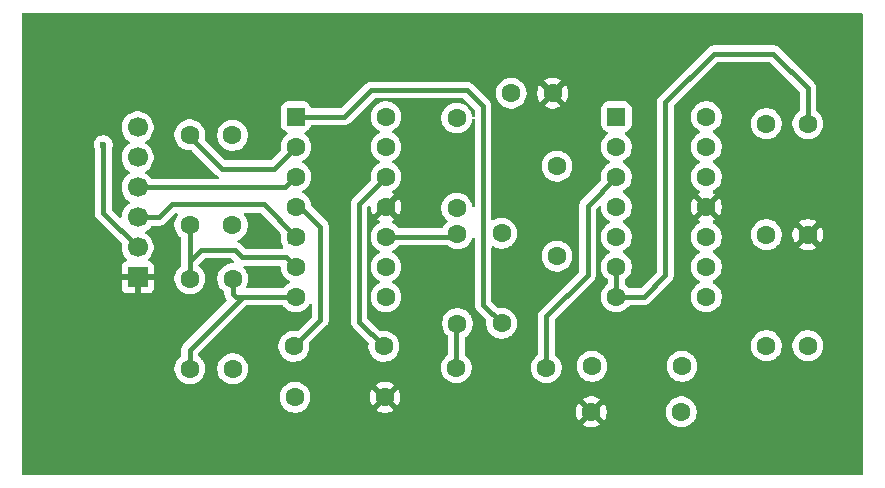
<source format=gbr>
%TF.GenerationSoftware,KiCad,Pcbnew,9.0.4*%
%TF.CreationDate,2025-11-14T19:48:18-06:00*%
%TF.ProjectId,instrument_amplifier,696e7374-7275-46d6-956e-745f616d706c,rev?*%
%TF.SameCoordinates,Original*%
%TF.FileFunction,Copper,L1,Top*%
%TF.FilePolarity,Positive*%
%FSLAX46Y46*%
G04 Gerber Fmt 4.6, Leading zero omitted, Abs format (unit mm)*
G04 Created by KiCad (PCBNEW 9.0.4) date 2025-11-14 19:48:18*
%MOMM*%
%LPD*%
G01*
G04 APERTURE LIST*
G04 Aperture macros list*
%AMRoundRect*
0 Rectangle with rounded corners*
0 $1 Rounding radius*
0 $2 $3 $4 $5 $6 $7 $8 $9 X,Y pos of 4 corners*
0 Add a 4 corners polygon primitive as box body*
4,1,4,$2,$3,$4,$5,$6,$7,$8,$9,$2,$3,0*
0 Add four circle primitives for the rounded corners*
1,1,$1+$1,$2,$3*
1,1,$1+$1,$4,$5*
1,1,$1+$1,$6,$7*
1,1,$1+$1,$8,$9*
0 Add four rect primitives between the rounded corners*
20,1,$1+$1,$2,$3,$4,$5,0*
20,1,$1+$1,$4,$5,$6,$7,0*
20,1,$1+$1,$6,$7,$8,$9,0*
20,1,$1+$1,$8,$9,$2,$3,0*%
G04 Aperture macros list end*
%TA.AperFunction,ComponentPad*%
%ADD10R,1.700000X1.700000*%
%TD*%
%TA.AperFunction,ComponentPad*%
%ADD11C,1.700000*%
%TD*%
%TA.AperFunction,ComponentPad*%
%ADD12C,1.600000*%
%TD*%
%TA.AperFunction,ComponentPad*%
%ADD13RoundRect,0.250000X-0.550000X-0.550000X0.550000X-0.550000X0.550000X0.550000X-0.550000X0.550000X0*%
%TD*%
%TA.AperFunction,ComponentPad*%
%ADD14C,5.000000*%
%TD*%
%TA.AperFunction,ViaPad*%
%ADD15C,0.600000*%
%TD*%
%TA.AperFunction,Conductor*%
%ADD16C,0.400000*%
%TD*%
%TA.AperFunction,Conductor*%
%ADD17C,0.200000*%
%TD*%
G04 APERTURE END LIST*
D10*
%TO.P,J1,1,Pin_1*%
%TO.N,GND*%
X61780000Y-63390000D03*
D11*
%TO.P,J1,2,Pin_2*%
%TO.N,+5V*%
X61780000Y-60850000D03*
%TO.P,J1,3,Pin_3*%
%TO.N,/E-*%
X61780000Y-58310000D03*
%TO.P,J1,4,Pin_4*%
%TO.N,/E+*%
X61780000Y-55770000D03*
%TO.P,J1,5,Pin_5*%
%TO.N,/EREF*%
X61780000Y-53230000D03*
%TO.P,J1,6,Pin_6*%
%TO.N,/OUT_F*%
X61780000Y-50690000D03*
%TD*%
D12*
%TO.P,U2,14*%
%TO.N,N/C*%
X109935000Y-49790000D03*
%TO.P,U2,13*%
X109935000Y-52330000D03*
%TO.P,U2,12*%
X109935000Y-54870000D03*
%TO.P,U2,11,V-*%
%TO.N,GND*%
X109935000Y-57410000D03*
%TO.P,U2,10*%
%TO.N,N/C*%
X109935000Y-59950000D03*
%TO.P,U2,9*%
X109935000Y-62490000D03*
%TO.P,U2,8*%
X109935000Y-65030000D03*
%TO.P,U2,7*%
%TO.N,Net-(U2B--)*%
X102315000Y-65030000D03*
%TO.P,U2,6,-*%
X102315000Y-62490000D03*
%TO.P,U2,5,+*%
%TO.N,Net-(U2B-+)*%
X102315000Y-59950000D03*
%TO.P,U2,4,V+*%
%TO.N,+5V*%
X102315000Y-57410000D03*
%TO.P,U2,3,+*%
%TO.N,Net-(U2A-+)*%
X102315000Y-54870000D03*
%TO.P,U2,2,-*%
%TO.N,Net-(U2A--)*%
X102315000Y-52330000D03*
D13*
%TO.P,U2,1*%
X102315000Y-49790000D03*
%TD*%
D14*
%TO.P,H4,1,1*%
%TO.N,GND*%
X54800000Y-77370000D03*
%TD*%
%TO.P,H3,1,1*%
%TO.N,GND*%
X120370000Y-77410000D03*
%TD*%
%TO.P,H2,1,1*%
%TO.N,GND*%
X120390000Y-43840000D03*
%TD*%
%TO.P,H1,1,1*%
%TO.N,GND*%
X54810000Y-43780000D03*
%TD*%
D12*
%TO.P,R3,2*%
%TO.N,Net-(U1B--)*%
X66190000Y-63490000D03*
%TO.P,R3,1*%
%TO.N,Net-(R3-Pad1)*%
X66190000Y-71110000D03*
%TD*%
%TO.P,R5,2*%
%TO.N,Net-(R3-Pad1)*%
X69820000Y-63500000D03*
%TO.P,R5,1*%
%TO.N,Net-(U1C--)*%
X69820000Y-71120000D03*
%TD*%
%TO.P,R2,1*%
%TO.N,Net-(R2-Pad1)*%
X69810000Y-51370000D03*
%TO.P,R2,2*%
%TO.N,Net-(U1A--)*%
X69810000Y-58990000D03*
%TD*%
%TO.P,R7,1*%
%TO.N,/EREF*%
X88795000Y-49890000D03*
%TO.P,R7,2*%
%TO.N,Net-(U1C--)*%
X88795000Y-57510000D03*
%TD*%
%TO.P,R1,1*%
%TO.N,Net-(U1A--)*%
X66190000Y-51320000D03*
%TO.P,R1,2*%
%TO.N,Net-(U1B--)*%
X66190000Y-58940000D03*
%TD*%
%TO.P,R4,1*%
%TO.N,Net-(U1C-+)*%
X92590000Y-59660000D03*
%TO.P,R4,2*%
%TO.N,Net-(R2-Pad1)*%
X92590000Y-67280000D03*
%TD*%
%TO.P,R10,1*%
%TO.N,/OUT*%
X88770000Y-71030000D03*
%TO.P,R10,2*%
%TO.N,Net-(U2A-+)*%
X96390000Y-71030000D03*
%TD*%
%TO.P,R6,1*%
%TO.N,/OUT*%
X88860000Y-67300000D03*
%TO.P,R6,2*%
%TO.N,Net-(U1C-+)*%
X88860000Y-59680000D03*
%TD*%
%TO.P,C3,1*%
%TO.N,Net-(U2B-+)*%
X115020000Y-59770000D03*
%TO.P,C3,2*%
%TO.N,GND*%
X118520000Y-59770000D03*
%TD*%
%TO.P,C1,1*%
%TO.N,Net-(U2A-+)*%
X93410000Y-47800000D03*
%TO.P,C1,2*%
%TO.N,GND*%
X96910000Y-47800000D03*
%TD*%
%TO.P,R9,1*%
%TO.N,Net-(U1D-+)*%
X75100000Y-73550000D03*
%TO.P,R9,2*%
%TO.N,GND*%
X82720000Y-73550000D03*
%TD*%
%TO.P,R12,1*%
%TO.N,Net-(R11-Pad2)*%
X100240000Y-70920000D03*
%TO.P,R12,2*%
%TO.N,Net-(U2B-+)*%
X107860000Y-70920000D03*
%TD*%
%TO.P,C2,1*%
%TO.N,Net-(U2B-+)*%
X115020000Y-50370000D03*
%TO.P,C2,2*%
%TO.N,Net-(U2B--)*%
X118520000Y-50370000D03*
%TD*%
%TO.P,R11,1*%
%TO.N,Net-(U2A--)*%
X97290000Y-53980000D03*
%TO.P,R11,2*%
%TO.N,Net-(R11-Pad2)*%
X97290000Y-61600000D03*
%TD*%
D13*
%TO.P,U1,1*%
%TO.N,Net-(R2-Pad1)*%
X75175000Y-49790000D03*
D12*
%TO.P,U1,2,-*%
%TO.N,Net-(U1A--)*%
X75175000Y-52330000D03*
%TO.P,U1,3,+*%
%TO.N,/E+*%
X75175000Y-54870000D03*
%TO.P,U1,4,V+*%
%TO.N,+5V*%
X75175000Y-57410000D03*
%TO.P,U1,5,+*%
%TO.N,/E-*%
X75175000Y-59950000D03*
%TO.P,U1,6,-*%
%TO.N,Net-(U1B--)*%
X75175000Y-62490000D03*
%TO.P,U1,7*%
%TO.N,Net-(R3-Pad1)*%
X75175000Y-65030000D03*
%TO.P,U1,8*%
%TO.N,/OUT*%
X82795000Y-65030000D03*
%TO.P,U1,9,-*%
%TO.N,Net-(U1C--)*%
X82795000Y-62490000D03*
%TO.P,U1,10,+*%
%TO.N,Net-(U1C-+)*%
X82795000Y-59950000D03*
%TO.P,U1,11,V-*%
%TO.N,GND*%
X82795000Y-57410000D03*
%TO.P,U1,12,+*%
%TO.N,Net-(U1D-+)*%
X82795000Y-54870000D03*
%TO.P,U1,13,-*%
%TO.N,/EREF*%
X82795000Y-52330000D03*
%TO.P,U1,14*%
X82795000Y-49790000D03*
%TD*%
%TO.P,R8,1*%
%TO.N,+5V*%
X75000000Y-69230000D03*
%TO.P,R8,2*%
%TO.N,Net-(U1D-+)*%
X82620000Y-69230000D03*
%TD*%
%TO.P,C4,1*%
%TO.N,/OUT_F*%
X115020000Y-69170000D03*
%TO.P,C4,2*%
%TO.N,Net-(U2B--)*%
X118520000Y-69170000D03*
%TD*%
%TO.P,R13,1*%
%TO.N,GND*%
X100190000Y-74770000D03*
%TO.P,R13,2*%
%TO.N,/OUT_F*%
X107810000Y-74770000D03*
%TD*%
D15*
%TO.N,GND*%
X72610000Y-63490000D03*
X72070000Y-59480000D03*
%TO.N,+5V*%
X58880000Y-52160000D03*
%TD*%
D16*
%TO.N,/OUT*%
X88770000Y-67390000D02*
X88860000Y-67300000D01*
X88770000Y-71030000D02*
X88770000Y-67390000D01*
%TO.N,Net-(U1C-+)*%
X88590000Y-59950000D02*
X88860000Y-59680000D01*
X82795000Y-59950000D02*
X88590000Y-59950000D01*
%TO.N,Net-(R3-Pad1)*%
X66180000Y-69520000D02*
X70670000Y-65030000D01*
X66180000Y-71120000D02*
X66180000Y-69520000D01*
X70670000Y-65030000D02*
X71220000Y-65030000D01*
%TO.N,Net-(R2-Pad1)*%
X91030000Y-65720000D02*
X92590000Y-67280000D01*
X89680000Y-47540000D02*
X91030000Y-48890000D01*
X81520000Y-47540000D02*
X89680000Y-47540000D01*
X79270000Y-49790000D02*
X81520000Y-47540000D01*
X75175000Y-49790000D02*
X79270000Y-49790000D01*
X91030000Y-48890000D02*
X91030000Y-65720000D01*
%TO.N,/E-*%
X63620000Y-58310000D02*
X61780000Y-58310000D01*
X64710000Y-57220000D02*
X63620000Y-58310000D01*
X72445000Y-57220000D02*
X64710000Y-57220000D01*
X75175000Y-59950000D02*
X72445000Y-57220000D01*
%TO.N,/E+*%
X74275000Y-55770000D02*
X61780000Y-55770000D01*
X75175000Y-54870000D02*
X74275000Y-55770000D01*
%TO.N,+5V*%
X58880000Y-57950000D02*
X58880000Y-52160000D01*
X61780000Y-60850000D02*
X58880000Y-57950000D01*
X75560000Y-57410000D02*
X75175000Y-57410000D01*
X77250000Y-59100000D02*
X75560000Y-57410000D01*
X77250000Y-66980000D02*
X77250000Y-59100000D01*
X75000000Y-69230000D02*
X77250000Y-66980000D01*
%TO.N,Net-(U1B--)*%
X66190000Y-62030000D02*
X66190000Y-62190000D01*
X67160000Y-61060000D02*
X66190000Y-62030000D01*
X69990000Y-61060000D02*
X67160000Y-61060000D01*
X74375001Y-61690001D02*
X70620001Y-61690001D01*
X75175000Y-62490000D02*
X74375001Y-61690001D01*
X70620001Y-61690001D02*
X69990000Y-61060000D01*
X66190000Y-58940000D02*
X66190000Y-62190000D01*
X66190000Y-63490000D02*
X66190000Y-62190000D01*
%TO.N,Net-(U1A--)*%
X73325000Y-54180000D02*
X75175000Y-52330000D01*
X68880000Y-54180000D02*
X73325000Y-54180000D01*
X66050000Y-51350000D02*
X68880000Y-54180000D01*
%TO.N,Net-(U2B--)*%
X118520000Y-47360000D02*
X118520000Y-50370000D01*
X115599000Y-44439000D02*
X118520000Y-47360000D01*
X110571000Y-44439000D02*
X115599000Y-44439000D01*
X106450000Y-63210000D02*
X106450000Y-48560000D01*
X104630000Y-65030000D02*
X106450000Y-63210000D01*
X106450000Y-48560000D02*
X110571000Y-44439000D01*
X102315000Y-65030000D02*
X104630000Y-65030000D01*
%TO.N,Net-(R3-Pad1)*%
X75175000Y-65030000D02*
X71220000Y-65030000D01*
X70090000Y-65030000D02*
X69820000Y-64760000D01*
X69820000Y-64760000D02*
X69820000Y-63500000D01*
X71220000Y-65030000D02*
X70090000Y-65030000D01*
%TO.N,Net-(U2B--)*%
X102315000Y-62490000D02*
X102315000Y-65030000D01*
%TO.N,Net-(U2A-+)*%
X99870000Y-63200000D02*
X99870000Y-57315000D01*
X96390000Y-66680000D02*
X99870000Y-63200000D01*
X96390000Y-71030000D02*
X96390000Y-66680000D01*
X99870000Y-57315000D02*
X102315000Y-54870000D01*
%TO.N,Net-(U1D-+)*%
X80520000Y-57145000D02*
X82795000Y-54870000D01*
X80520000Y-67130000D02*
X80520000Y-57145000D01*
X82620000Y-69230000D02*
X80520000Y-67130000D01*
D17*
%TO.N,/E-*%
X74605000Y-60520000D02*
X75175000Y-59950000D01*
%TD*%
%TA.AperFunction,Conductor*%
%TO.N,GND*%
G36*
X73817539Y-62410186D02*
G01*
X73863294Y-62462990D01*
X73874500Y-62514501D01*
X73874500Y-62592351D01*
X73906522Y-62794534D01*
X73969781Y-62989223D01*
X74012028Y-63072136D01*
X74047119Y-63141006D01*
X74062715Y-63171613D01*
X74183028Y-63337213D01*
X74327786Y-63481971D01*
X74482749Y-63594556D01*
X74493390Y-63602287D01*
X74567406Y-63640000D01*
X74586080Y-63649515D01*
X74636876Y-63697490D01*
X74653671Y-63765311D01*
X74631134Y-63831446D01*
X74586080Y-63870485D01*
X74493386Y-63917715D01*
X74327786Y-64038028D01*
X74183030Y-64182784D01*
X74113575Y-64278384D01*
X74058245Y-64321051D01*
X74013256Y-64329500D01*
X71059283Y-64329500D01*
X70992244Y-64309815D01*
X70946489Y-64257011D01*
X70936545Y-64187853D01*
X70948798Y-64149205D01*
X71025218Y-63999223D01*
X71025218Y-63999222D01*
X71025220Y-63999219D01*
X71088477Y-63804534D01*
X71120500Y-63602352D01*
X71120500Y-63397648D01*
X71108863Y-63324174D01*
X71088477Y-63195465D01*
X71025218Y-63000776D01*
X70983980Y-62919843D01*
X70932287Y-62818390D01*
X70914955Y-62794534D01*
X70811971Y-62652786D01*
X70761367Y-62602182D01*
X70727882Y-62540859D01*
X70732866Y-62471167D01*
X70774738Y-62415234D01*
X70840202Y-62390817D01*
X70849048Y-62390501D01*
X73750500Y-62390501D01*
X73817539Y-62410186D01*
G37*
%TD.AperFunction*%
%TA.AperFunction,Conductor*%
G36*
X72170520Y-57940185D02*
G01*
X72191162Y-57956819D01*
X73858194Y-59623851D01*
X73891679Y-59685174D01*
X73892986Y-59730929D01*
X73876153Y-59837213D01*
X73874500Y-59847648D01*
X73874500Y-60052352D01*
X73877995Y-60074417D01*
X73906522Y-60254534D01*
X73941314Y-60361610D01*
X73969780Y-60449219D01*
X73971000Y-60451613D01*
X73990984Y-60490834D01*
X74004499Y-60547128D01*
X74004499Y-60599054D01*
X74004498Y-60599054D01*
X74045423Y-60751787D01*
X74045424Y-60751788D01*
X74075281Y-60803501D01*
X74091754Y-60871401D01*
X74068902Y-60937428D01*
X74013981Y-60980618D01*
X73967894Y-60989501D01*
X70961520Y-60989501D01*
X70894481Y-60969816D01*
X70873839Y-60953182D01*
X70436546Y-60515888D01*
X70436545Y-60515887D01*
X70340351Y-60451613D01*
X70321811Y-60439225D01*
X70321809Y-60439224D01*
X70321806Y-60439222D01*
X70296682Y-60428815D01*
X70242279Y-60384974D01*
X70220215Y-60318679D01*
X70237495Y-60250980D01*
X70288633Y-60203370D01*
X70305818Y-60196324D01*
X70309219Y-60195220D01*
X70491610Y-60102287D01*
X70610917Y-60015606D01*
X70657213Y-59981971D01*
X70657215Y-59981968D01*
X70657219Y-59981966D01*
X70801966Y-59837219D01*
X70801968Y-59837215D01*
X70801971Y-59837213D01*
X70856360Y-59762351D01*
X70922287Y-59671610D01*
X71015220Y-59489219D01*
X71078477Y-59294534D01*
X71110500Y-59092352D01*
X71110500Y-58887648D01*
X71082407Y-58710279D01*
X71078477Y-58685465D01*
X71033320Y-58546487D01*
X71015220Y-58490781D01*
X71015218Y-58490778D01*
X71015218Y-58490776D01*
X70964645Y-58391522D01*
X70922287Y-58308390D01*
X70914129Y-58297162D01*
X70801971Y-58142786D01*
X70791366Y-58132181D01*
X70757881Y-58070858D01*
X70762865Y-58001166D01*
X70804737Y-57945233D01*
X70870201Y-57920816D01*
X70879047Y-57920500D01*
X72103481Y-57920500D01*
X72170520Y-57940185D01*
G37*
%TD.AperFunction*%
%TA.AperFunction,Conductor*%
G36*
X123113039Y-40999685D02*
G01*
X123158794Y-41052489D01*
X123170000Y-41104000D01*
X123170000Y-80016000D01*
X123150315Y-80083039D01*
X123097511Y-80128794D01*
X123046000Y-80140000D01*
X52134000Y-80140000D01*
X52066961Y-80120315D01*
X52021206Y-80067511D01*
X52010000Y-80016000D01*
X52010000Y-73447648D01*
X73799500Y-73447648D01*
X73799500Y-73652352D01*
X73800417Y-73658141D01*
X73831522Y-73854534D01*
X73894781Y-74049223D01*
X73958691Y-74174653D01*
X73987585Y-74231359D01*
X73987715Y-74231613D01*
X74108028Y-74397213D01*
X74252786Y-74541971D01*
X74373226Y-74629474D01*
X74418390Y-74662287D01*
X74534607Y-74721503D01*
X74600776Y-74755218D01*
X74600778Y-74755218D01*
X74600781Y-74755220D01*
X74705137Y-74789127D01*
X74795465Y-74818477D01*
X74821882Y-74822661D01*
X74997648Y-74850500D01*
X74997649Y-74850500D01*
X75202351Y-74850500D01*
X75202352Y-74850500D01*
X75404534Y-74818477D01*
X75599219Y-74755220D01*
X75781610Y-74662287D01*
X75874590Y-74594732D01*
X75947213Y-74541971D01*
X75947215Y-74541968D01*
X75947219Y-74541966D01*
X76091966Y-74397219D01*
X76091968Y-74397215D01*
X76091971Y-74397213D01*
X76144732Y-74324590D01*
X76212287Y-74231610D01*
X76305220Y-74049219D01*
X76368477Y-73854534D01*
X76400500Y-73652352D01*
X76400500Y-73447682D01*
X81420000Y-73447682D01*
X81420000Y-73652317D01*
X81452009Y-73854417D01*
X81515244Y-74049031D01*
X81608141Y-74231350D01*
X81608147Y-74231359D01*
X81640523Y-74275921D01*
X81640524Y-74275922D01*
X82320000Y-73596446D01*
X82320000Y-73602661D01*
X82347259Y-73704394D01*
X82399920Y-73795606D01*
X82474394Y-73870080D01*
X82565606Y-73922741D01*
X82667339Y-73950000D01*
X82673553Y-73950000D01*
X81994076Y-74629474D01*
X82038650Y-74661859D01*
X82220968Y-74754755D01*
X82415582Y-74817990D01*
X82617683Y-74850000D01*
X82822317Y-74850000D01*
X83024417Y-74817990D01*
X83219031Y-74754755D01*
X83389921Y-74667682D01*
X98890000Y-74667682D01*
X98890000Y-74872317D01*
X98922009Y-75074417D01*
X98985244Y-75269031D01*
X99078141Y-75451350D01*
X99078147Y-75451359D01*
X99110523Y-75495921D01*
X99110524Y-75495922D01*
X99790000Y-74816446D01*
X99790000Y-74822661D01*
X99817259Y-74924394D01*
X99869920Y-75015606D01*
X99944394Y-75090080D01*
X100035606Y-75142741D01*
X100137339Y-75170000D01*
X100143553Y-75170000D01*
X99464076Y-75849474D01*
X99508650Y-75881859D01*
X99690968Y-75974755D01*
X99885582Y-76037990D01*
X100087683Y-76070000D01*
X100292317Y-76070000D01*
X100494417Y-76037990D01*
X100689031Y-75974755D01*
X100871349Y-75881859D01*
X100915921Y-75849474D01*
X100236447Y-75170000D01*
X100242661Y-75170000D01*
X100344394Y-75142741D01*
X100435606Y-75090080D01*
X100510080Y-75015606D01*
X100562741Y-74924394D01*
X100590000Y-74822661D01*
X100590000Y-74816448D01*
X101269474Y-75495922D01*
X101269474Y-75495921D01*
X101301859Y-75451349D01*
X101394755Y-75269031D01*
X101457990Y-75074417D01*
X101490000Y-74872317D01*
X101490000Y-74667682D01*
X101489995Y-74667648D01*
X106509500Y-74667648D01*
X106509500Y-74872351D01*
X106541522Y-75074534D01*
X106604781Y-75269223D01*
X106668691Y-75394653D01*
X106697585Y-75451359D01*
X106697715Y-75451613D01*
X106818028Y-75617213D01*
X106962786Y-75761971D01*
X107083226Y-75849474D01*
X107128390Y-75882287D01*
X107244607Y-75941503D01*
X107310776Y-75975218D01*
X107310778Y-75975218D01*
X107310781Y-75975220D01*
X107415137Y-76009127D01*
X107505465Y-76038477D01*
X107606557Y-76054488D01*
X107707648Y-76070500D01*
X107707649Y-76070500D01*
X107912351Y-76070500D01*
X107912352Y-76070500D01*
X108114534Y-76038477D01*
X108309219Y-75975220D01*
X108491610Y-75882287D01*
X108584590Y-75814732D01*
X108657213Y-75761971D01*
X108657215Y-75761968D01*
X108657219Y-75761966D01*
X108801966Y-75617219D01*
X108801968Y-75617215D01*
X108801971Y-75617213D01*
X108854732Y-75544590D01*
X108922287Y-75451610D01*
X109015220Y-75269219D01*
X109078477Y-75074534D01*
X109110500Y-74872352D01*
X109110500Y-74667648D01*
X109090594Y-74541966D01*
X109078477Y-74465465D01*
X109016890Y-74275921D01*
X109015220Y-74270781D01*
X109015218Y-74270778D01*
X109015218Y-74270776D01*
X108922419Y-74088650D01*
X108922287Y-74088390D01*
X108890092Y-74044077D01*
X108801971Y-73922786D01*
X108657213Y-73778028D01*
X108491613Y-73657715D01*
X108491612Y-73657714D01*
X108491610Y-73657713D01*
X108383565Y-73602661D01*
X108309223Y-73564781D01*
X108114534Y-73501522D01*
X107939995Y-73473878D01*
X107912352Y-73469500D01*
X107707648Y-73469500D01*
X107683329Y-73473351D01*
X107505465Y-73501522D01*
X107310776Y-73564781D01*
X107128386Y-73657715D01*
X106962786Y-73778028D01*
X106818028Y-73922786D01*
X106697715Y-74088386D01*
X106604781Y-74270776D01*
X106541522Y-74465465D01*
X106509500Y-74667648D01*
X101489995Y-74667648D01*
X101457990Y-74465582D01*
X101394755Y-74270968D01*
X101301859Y-74088650D01*
X101269474Y-74044077D01*
X101269474Y-74044076D01*
X100590000Y-74723551D01*
X100590000Y-74717339D01*
X100562741Y-74615606D01*
X100510080Y-74524394D01*
X100435606Y-74449920D01*
X100344394Y-74397259D01*
X100242661Y-74370000D01*
X100236446Y-74370000D01*
X100915922Y-73690524D01*
X100915921Y-73690523D01*
X100871359Y-73658147D01*
X100871350Y-73658141D01*
X100689031Y-73565244D01*
X100494417Y-73502009D01*
X100292317Y-73470000D01*
X100087683Y-73470000D01*
X99885582Y-73502009D01*
X99690968Y-73565244D01*
X99508644Y-73658143D01*
X99464077Y-73690523D01*
X99464077Y-73690524D01*
X100143554Y-74370000D01*
X100137339Y-74370000D01*
X100035606Y-74397259D01*
X99944394Y-74449920D01*
X99869920Y-74524394D01*
X99817259Y-74615606D01*
X99790000Y-74717339D01*
X99790000Y-74723553D01*
X99110524Y-74044077D01*
X99110523Y-74044077D01*
X99078143Y-74088644D01*
X98985244Y-74270968D01*
X98922009Y-74465582D01*
X98890000Y-74667682D01*
X83389921Y-74667682D01*
X83401349Y-74661859D01*
X83445922Y-74629474D01*
X82766447Y-73950000D01*
X82772661Y-73950000D01*
X82874394Y-73922741D01*
X82965606Y-73870080D01*
X83040080Y-73795606D01*
X83092741Y-73704394D01*
X83120000Y-73602661D01*
X83120000Y-73596447D01*
X83799474Y-74275921D01*
X83831859Y-74231349D01*
X83924755Y-74049031D01*
X83987990Y-73854417D01*
X84009536Y-73718385D01*
X84020000Y-73652317D01*
X84020000Y-73447682D01*
X83987990Y-73245582D01*
X83924755Y-73050968D01*
X83831859Y-72868650D01*
X83799474Y-72824077D01*
X83799474Y-72824076D01*
X83120000Y-73503551D01*
X83120000Y-73497339D01*
X83092741Y-73395606D01*
X83040080Y-73304394D01*
X82965606Y-73229920D01*
X82874394Y-73177259D01*
X82772661Y-73150000D01*
X82766446Y-73150000D01*
X83445922Y-72470524D01*
X83445921Y-72470523D01*
X83401359Y-72438147D01*
X83401350Y-72438141D01*
X83219031Y-72345244D01*
X83024417Y-72282009D01*
X82822317Y-72250000D01*
X82617683Y-72250000D01*
X82415582Y-72282009D01*
X82220968Y-72345244D01*
X82038644Y-72438143D01*
X81994077Y-72470523D01*
X81994077Y-72470524D01*
X82673554Y-73150000D01*
X82667339Y-73150000D01*
X82565606Y-73177259D01*
X82474394Y-73229920D01*
X82399920Y-73304394D01*
X82347259Y-73395606D01*
X82320000Y-73497339D01*
X82320000Y-73503553D01*
X81640524Y-72824077D01*
X81640523Y-72824077D01*
X81608143Y-72868644D01*
X81515244Y-73050968D01*
X81452009Y-73245582D01*
X81420000Y-73447682D01*
X76400500Y-73447682D01*
X76400500Y-73447648D01*
X76392257Y-73395606D01*
X76368477Y-73245465D01*
X76337458Y-73150000D01*
X76305220Y-73050781D01*
X76305218Y-73050778D01*
X76305218Y-73050776D01*
X76212419Y-72868650D01*
X76212287Y-72868390D01*
X76180092Y-72824077D01*
X76091971Y-72702786D01*
X75947213Y-72558028D01*
X75781613Y-72437715D01*
X75781612Y-72437714D01*
X75781610Y-72437713D01*
X75724653Y-72408691D01*
X75599223Y-72344781D01*
X75404534Y-72281522D01*
X75229995Y-72253878D01*
X75202352Y-72249500D01*
X74997648Y-72249500D01*
X74973329Y-72253351D01*
X74795465Y-72281522D01*
X74600776Y-72344781D01*
X74418386Y-72437715D01*
X74252786Y-72558028D01*
X74108028Y-72702786D01*
X73987715Y-72868386D01*
X73894781Y-73050776D01*
X73831522Y-73245465D01*
X73799500Y-73447648D01*
X52010000Y-73447648D01*
X52010000Y-52081153D01*
X58079500Y-52081153D01*
X58079500Y-52238846D01*
X58110261Y-52393489D01*
X58110264Y-52393501D01*
X58170061Y-52537864D01*
X58179500Y-52585316D01*
X58179500Y-57881006D01*
X58179500Y-58018994D01*
X58179500Y-58018996D01*
X58179499Y-58018996D01*
X58206418Y-58154322D01*
X58206421Y-58154332D01*
X58259222Y-58281807D01*
X58335887Y-58396545D01*
X58335888Y-58396546D01*
X60419492Y-60480148D01*
X60452977Y-60541471D01*
X60454284Y-60587226D01*
X60429500Y-60743712D01*
X60429500Y-60743713D01*
X60429500Y-60956287D01*
X60432499Y-60975220D01*
X60461367Y-61157490D01*
X60462754Y-61166243D01*
X60504741Y-61295466D01*
X60528444Y-61368414D01*
X60624951Y-61557820D01*
X60749890Y-61729786D01*
X60863818Y-61843714D01*
X60897303Y-61905037D01*
X60892319Y-61974729D01*
X60850447Y-62030662D01*
X60819471Y-62047577D01*
X60687912Y-62096646D01*
X60687906Y-62096649D01*
X60572812Y-62182809D01*
X60572809Y-62182812D01*
X60486649Y-62297906D01*
X60486645Y-62297913D01*
X60436403Y-62432620D01*
X60436401Y-62432627D01*
X60430000Y-62492155D01*
X60430000Y-63140000D01*
X61346988Y-63140000D01*
X61314075Y-63197007D01*
X61280000Y-63324174D01*
X61280000Y-63455826D01*
X61314075Y-63582993D01*
X61346988Y-63640000D01*
X60430000Y-63640000D01*
X60430000Y-64287844D01*
X60436401Y-64347372D01*
X60436403Y-64347379D01*
X60486645Y-64482086D01*
X60486649Y-64482093D01*
X60572809Y-64597187D01*
X60572812Y-64597190D01*
X60687906Y-64683350D01*
X60687913Y-64683354D01*
X60822620Y-64733596D01*
X60822627Y-64733598D01*
X60882155Y-64739999D01*
X60882172Y-64740000D01*
X61530000Y-64740000D01*
X61530000Y-63823012D01*
X61587007Y-63855925D01*
X61714174Y-63890000D01*
X61845826Y-63890000D01*
X61972993Y-63855925D01*
X62030000Y-63823012D01*
X62030000Y-64740000D01*
X62677828Y-64740000D01*
X62677844Y-64739999D01*
X62737372Y-64733598D01*
X62737379Y-64733596D01*
X62872086Y-64683354D01*
X62872093Y-64683350D01*
X62987187Y-64597190D01*
X62987190Y-64597187D01*
X63073350Y-64482093D01*
X63073354Y-64482086D01*
X63123596Y-64347379D01*
X63123598Y-64347372D01*
X63129999Y-64287844D01*
X63130000Y-64287827D01*
X63130000Y-63640000D01*
X62213012Y-63640000D01*
X62245925Y-63582993D01*
X62280000Y-63455826D01*
X62280000Y-63324174D01*
X62245925Y-63197007D01*
X62213012Y-63140000D01*
X63130000Y-63140000D01*
X63130000Y-62492172D01*
X63129999Y-62492155D01*
X63123598Y-62432627D01*
X63123596Y-62432620D01*
X63073354Y-62297913D01*
X63073350Y-62297906D01*
X62987190Y-62182812D01*
X62987187Y-62182809D01*
X62872093Y-62096649D01*
X62872088Y-62096646D01*
X62740528Y-62047577D01*
X62684595Y-62005705D01*
X62660178Y-61940241D01*
X62675030Y-61871968D01*
X62696175Y-61843720D01*
X62810104Y-61729792D01*
X62935051Y-61557816D01*
X63031557Y-61368412D01*
X63097246Y-61166243D01*
X63130500Y-60956287D01*
X63130500Y-60743713D01*
X63097246Y-60533757D01*
X63031557Y-60331588D01*
X62935051Y-60142184D01*
X62935049Y-60142181D01*
X62935048Y-60142179D01*
X62810109Y-59970213D01*
X62659786Y-59819890D01*
X62487820Y-59694951D01*
X62487115Y-59694591D01*
X62479054Y-59690485D01*
X62428259Y-59642512D01*
X62411463Y-59574692D01*
X62433999Y-59508556D01*
X62479054Y-59469515D01*
X62487816Y-59465051D01*
X62509789Y-59449086D01*
X62659786Y-59340109D01*
X62659788Y-59340106D01*
X62659792Y-59340104D01*
X62810104Y-59189792D01*
X62816655Y-59180776D01*
X62873317Y-59102786D01*
X62903229Y-59061614D01*
X62958558Y-59018949D01*
X63003547Y-59010500D01*
X63688996Y-59010500D01*
X63780040Y-58992389D01*
X63824328Y-58983580D01*
X63888069Y-58957177D01*
X63951807Y-58930777D01*
X63951808Y-58930776D01*
X63951811Y-58930775D01*
X64066543Y-58854114D01*
X64963838Y-57956819D01*
X64990765Y-57942115D01*
X65016584Y-57925523D01*
X65022784Y-57924631D01*
X65025161Y-57923334D01*
X65051519Y-57920500D01*
X65079839Y-57920500D01*
X65146878Y-57940185D01*
X65192633Y-57992989D01*
X65202577Y-58062147D01*
X65180158Y-58117385D01*
X65077712Y-58258390D01*
X64984781Y-58440776D01*
X64921522Y-58635465D01*
X64889500Y-58837648D01*
X64889500Y-59042351D01*
X64921522Y-59244534D01*
X64984781Y-59439223D01*
X65077715Y-59621613D01*
X65198028Y-59787213D01*
X65342784Y-59931969D01*
X65438385Y-60001426D01*
X65481051Y-60056755D01*
X65489500Y-60101744D01*
X65489500Y-62328255D01*
X65469815Y-62395294D01*
X65438385Y-62428573D01*
X65342787Y-62498028D01*
X65342782Y-62498032D01*
X65198028Y-62642786D01*
X65077715Y-62808386D01*
X64984781Y-62990776D01*
X64921522Y-63185465D01*
X64889500Y-63387648D01*
X64889500Y-63592351D01*
X64921522Y-63794534D01*
X64984781Y-63989223D01*
X65077715Y-64171613D01*
X65198028Y-64337213D01*
X65342786Y-64481971D01*
X65452149Y-64561426D01*
X65508390Y-64602287D01*
X65624607Y-64661503D01*
X65690776Y-64695218D01*
X65690778Y-64695218D01*
X65690781Y-64695220D01*
X65783866Y-64725465D01*
X65885465Y-64758477D01*
X65986557Y-64774488D01*
X66087648Y-64790500D01*
X66087649Y-64790500D01*
X66292351Y-64790500D01*
X66292352Y-64790500D01*
X66494534Y-64758477D01*
X66689219Y-64695220D01*
X66871610Y-64602287D01*
X66970037Y-64530776D01*
X67037213Y-64481971D01*
X67037215Y-64481968D01*
X67037219Y-64481966D01*
X67181966Y-64337219D01*
X67181968Y-64337215D01*
X67181971Y-64337213D01*
X67240240Y-64257011D01*
X67302287Y-64171610D01*
X67395220Y-63989219D01*
X67458477Y-63794534D01*
X67490500Y-63592352D01*
X67490500Y-63387648D01*
X67471707Y-63268993D01*
X67458477Y-63185465D01*
X67398469Y-63000781D01*
X67395220Y-62990781D01*
X67395218Y-62990778D01*
X67395218Y-62990776D01*
X67343869Y-62890000D01*
X67302287Y-62808390D01*
X67232465Y-62712287D01*
X67181971Y-62642786D01*
X67037215Y-62498030D01*
X66985001Y-62460095D01*
X66966672Y-62446779D01*
X66924006Y-62391451D01*
X66918026Y-62321837D01*
X66950632Y-62260042D01*
X66951806Y-62258850D01*
X67413838Y-61796819D01*
X67475161Y-61763334D01*
X67501519Y-61760500D01*
X69648481Y-61760500D01*
X69715520Y-61780185D01*
X69736162Y-61796819D01*
X69927162Y-61987819D01*
X69960647Y-62049142D01*
X69955663Y-62118834D01*
X69913791Y-62174767D01*
X69848327Y-62199184D01*
X69839481Y-62199500D01*
X69717648Y-62199500D01*
X69693329Y-62203351D01*
X69515465Y-62231522D01*
X69320776Y-62294781D01*
X69138386Y-62387715D01*
X68972786Y-62508028D01*
X68828028Y-62652786D01*
X68707715Y-62818386D01*
X68614781Y-63000776D01*
X68551522Y-63195465D01*
X68531137Y-63324174D01*
X68519500Y-63397648D01*
X68519500Y-63602352D01*
X68521254Y-63613428D01*
X68551522Y-63804534D01*
X68614781Y-63999223D01*
X68634556Y-64038032D01*
X68702619Y-64171613D01*
X68707715Y-64181613D01*
X68828028Y-64347213D01*
X68972784Y-64491969D01*
X69068385Y-64561426D01*
X69111051Y-64616755D01*
X69119500Y-64661744D01*
X69119500Y-64691006D01*
X69119500Y-64828994D01*
X69119500Y-64828996D01*
X69119499Y-64828996D01*
X69146418Y-64964322D01*
X69146421Y-64964332D01*
X69199222Y-65091807D01*
X69275887Y-65206545D01*
X69301661Y-65232319D01*
X69335146Y-65293642D01*
X69330162Y-65363334D01*
X69301661Y-65407681D01*
X65635888Y-69073453D01*
X65635884Y-69073458D01*
X65606899Y-69116838D01*
X65599677Y-69127648D01*
X65579381Y-69158022D01*
X65559223Y-69188191D01*
X65506421Y-69315667D01*
X65506418Y-69315677D01*
X65479500Y-69451004D01*
X65479500Y-69955521D01*
X65459815Y-70022560D01*
X65428385Y-70055839D01*
X65342784Y-70118031D01*
X65342778Y-70118036D01*
X65198028Y-70262786D01*
X65077715Y-70428386D01*
X64984781Y-70610776D01*
X64921522Y-70805465D01*
X64902171Y-70927648D01*
X64889500Y-71007648D01*
X64889500Y-71212352D01*
X64893878Y-71239995D01*
X64921522Y-71414534D01*
X64984781Y-71609223D01*
X65077715Y-71791613D01*
X65198028Y-71957213D01*
X65342786Y-72101971D01*
X65461854Y-72188477D01*
X65508390Y-72222287D01*
X65624607Y-72281503D01*
X65690776Y-72315218D01*
X65690778Y-72315218D01*
X65690781Y-72315220D01*
X65783185Y-72345244D01*
X65885465Y-72378477D01*
X65948602Y-72388477D01*
X66087648Y-72410500D01*
X66087649Y-72410500D01*
X66292351Y-72410500D01*
X66292352Y-72410500D01*
X66494534Y-72378477D01*
X66689219Y-72315220D01*
X66871610Y-72222287D01*
X66964590Y-72154732D01*
X67037213Y-72101971D01*
X67037215Y-72101968D01*
X67037219Y-72101966D01*
X67181966Y-71957219D01*
X67181968Y-71957215D01*
X67181971Y-71957213D01*
X67295019Y-71801613D01*
X67302287Y-71791610D01*
X67395220Y-71609219D01*
X67458477Y-71414534D01*
X67490500Y-71212352D01*
X67490500Y-71017648D01*
X68519500Y-71017648D01*
X68519500Y-71222351D01*
X68551522Y-71424534D01*
X68614781Y-71619223D01*
X68661857Y-71711613D01*
X68702619Y-71791613D01*
X68707715Y-71801613D01*
X68828028Y-71967213D01*
X68972786Y-72111971D01*
X69078090Y-72188477D01*
X69138390Y-72232287D01*
X69235019Y-72281522D01*
X69320776Y-72325218D01*
X69320778Y-72325218D01*
X69320781Y-72325220D01*
X69380984Y-72344781D01*
X69515465Y-72388477D01*
X69616557Y-72404488D01*
X69717648Y-72420500D01*
X69717649Y-72420500D01*
X69922351Y-72420500D01*
X69922352Y-72420500D01*
X70124534Y-72388477D01*
X70319219Y-72325220D01*
X70501610Y-72232287D01*
X70594590Y-72164732D01*
X70667213Y-72111971D01*
X70667215Y-72111968D01*
X70667219Y-72111966D01*
X70811966Y-71967219D01*
X70811968Y-71967215D01*
X70811971Y-71967213D01*
X70877359Y-71877213D01*
X70932287Y-71801610D01*
X71025220Y-71619219D01*
X71088477Y-71424534D01*
X71120500Y-71222352D01*
X71120500Y-71017648D01*
X71106245Y-70927648D01*
X87469500Y-70927648D01*
X87469500Y-71132351D01*
X87501522Y-71334534D01*
X87564781Y-71529223D01*
X87657715Y-71711613D01*
X87778028Y-71877213D01*
X87922786Y-72021971D01*
X88032892Y-72101966D01*
X88088390Y-72142287D01*
X88179043Y-72188477D01*
X88270776Y-72235218D01*
X88270778Y-72235218D01*
X88270781Y-72235220D01*
X88375137Y-72269127D01*
X88465465Y-72298477D01*
X88566557Y-72314488D01*
X88667648Y-72330500D01*
X88667649Y-72330500D01*
X88872351Y-72330500D01*
X88872352Y-72330500D01*
X89074534Y-72298477D01*
X89269219Y-72235220D01*
X89451610Y-72142287D01*
X89544590Y-72074732D01*
X89617213Y-72021971D01*
X89617215Y-72021968D01*
X89617219Y-72021966D01*
X89761966Y-71877219D01*
X89761968Y-71877215D01*
X89761971Y-71877213D01*
X89841889Y-71767213D01*
X89882287Y-71711610D01*
X89975220Y-71529219D01*
X90038477Y-71334534D01*
X90070500Y-71132352D01*
X90070500Y-70927648D01*
X95089500Y-70927648D01*
X95089500Y-71132351D01*
X95121522Y-71334534D01*
X95184781Y-71529223D01*
X95277715Y-71711613D01*
X95398028Y-71877213D01*
X95542786Y-72021971D01*
X95652892Y-72101966D01*
X95708390Y-72142287D01*
X95799043Y-72188477D01*
X95890776Y-72235218D01*
X95890778Y-72235218D01*
X95890781Y-72235220D01*
X95995137Y-72269127D01*
X96085465Y-72298477D01*
X96186557Y-72314488D01*
X96287648Y-72330500D01*
X96287649Y-72330500D01*
X96492351Y-72330500D01*
X96492352Y-72330500D01*
X96694534Y-72298477D01*
X96889219Y-72235220D01*
X97071610Y-72142287D01*
X97164590Y-72074732D01*
X97237213Y-72021971D01*
X97237215Y-72021968D01*
X97237219Y-72021966D01*
X97381966Y-71877219D01*
X97381968Y-71877215D01*
X97381971Y-71877213D01*
X97461889Y-71767213D01*
X97502287Y-71711610D01*
X97595220Y-71529219D01*
X97658477Y-71334534D01*
X97690500Y-71132352D01*
X97690500Y-70927648D01*
X97673077Y-70817648D01*
X98939500Y-70817648D01*
X98939500Y-71022351D01*
X98971522Y-71224534D01*
X99034781Y-71419223D01*
X99127715Y-71601613D01*
X99248028Y-71767213D01*
X99392786Y-71911971D01*
X99544184Y-72021966D01*
X99558390Y-72032287D01*
X99674607Y-72091503D01*
X99740776Y-72125218D01*
X99740778Y-72125218D01*
X99740781Y-72125220D01*
X99793299Y-72142284D01*
X99935465Y-72188477D01*
X100036557Y-72204488D01*
X100137648Y-72220500D01*
X100137649Y-72220500D01*
X100342351Y-72220500D01*
X100342352Y-72220500D01*
X100544534Y-72188477D01*
X100739219Y-72125220D01*
X100921610Y-72032287D01*
X101024941Y-71957213D01*
X101087213Y-71911971D01*
X101087215Y-71911968D01*
X101087219Y-71911966D01*
X101231966Y-71767219D01*
X101231968Y-71767215D01*
X101231971Y-71767213D01*
X101284732Y-71694590D01*
X101352287Y-71601610D01*
X101445220Y-71419219D01*
X101508477Y-71224534D01*
X101540500Y-71022352D01*
X101540500Y-70817648D01*
X106559500Y-70817648D01*
X106559500Y-71022351D01*
X106591522Y-71224534D01*
X106654781Y-71419223D01*
X106747715Y-71601613D01*
X106868028Y-71767213D01*
X107012786Y-71911971D01*
X107164184Y-72021966D01*
X107178390Y-72032287D01*
X107294607Y-72091503D01*
X107360776Y-72125218D01*
X107360778Y-72125218D01*
X107360781Y-72125220D01*
X107413299Y-72142284D01*
X107555465Y-72188477D01*
X107656557Y-72204488D01*
X107757648Y-72220500D01*
X107757649Y-72220500D01*
X107962351Y-72220500D01*
X107962352Y-72220500D01*
X108164534Y-72188477D01*
X108359219Y-72125220D01*
X108541610Y-72032287D01*
X108644941Y-71957213D01*
X108707213Y-71911971D01*
X108707215Y-71911968D01*
X108707219Y-71911966D01*
X108851966Y-71767219D01*
X108851968Y-71767215D01*
X108851971Y-71767213D01*
X108904732Y-71694590D01*
X108972287Y-71601610D01*
X109065220Y-71419219D01*
X109128477Y-71224534D01*
X109160500Y-71022352D01*
X109160500Y-70817648D01*
X109128477Y-70615466D01*
X109065220Y-70420781D01*
X109065218Y-70420778D01*
X109065218Y-70420776D01*
X109025224Y-70342284D01*
X108972287Y-70238390D01*
X108916766Y-70161971D01*
X108851971Y-70072786D01*
X108707213Y-69928028D01*
X108541613Y-69807715D01*
X108541612Y-69807714D01*
X108541610Y-69807713D01*
X108475127Y-69773838D01*
X108359223Y-69714781D01*
X108164534Y-69651522D01*
X107989995Y-69623878D01*
X107962352Y-69619500D01*
X107757648Y-69619500D01*
X107733329Y-69623351D01*
X107555465Y-69651522D01*
X107360776Y-69714781D01*
X107178386Y-69807715D01*
X107012786Y-69928028D01*
X106868028Y-70072786D01*
X106747715Y-70238386D01*
X106654781Y-70420776D01*
X106591522Y-70615465D01*
X106559500Y-70817648D01*
X101540500Y-70817648D01*
X101508477Y-70615466D01*
X101445220Y-70420781D01*
X101445218Y-70420778D01*
X101445218Y-70420776D01*
X101405224Y-70342284D01*
X101352287Y-70238390D01*
X101296766Y-70161971D01*
X101231971Y-70072786D01*
X101087213Y-69928028D01*
X100921613Y-69807715D01*
X100921612Y-69807714D01*
X100921610Y-69807713D01*
X100855127Y-69773838D01*
X100739223Y-69714781D01*
X100544534Y-69651522D01*
X100369995Y-69623878D01*
X100342352Y-69619500D01*
X100137648Y-69619500D01*
X100113329Y-69623351D01*
X99935465Y-69651522D01*
X99740776Y-69714781D01*
X99558386Y-69807715D01*
X99392786Y-69928028D01*
X99248028Y-70072786D01*
X99127715Y-70238386D01*
X99034781Y-70420776D01*
X98971522Y-70615465D01*
X98939500Y-70817648D01*
X97673077Y-70817648D01*
X97658477Y-70725466D01*
X97595220Y-70530781D01*
X97595218Y-70530778D01*
X97595218Y-70530776D01*
X97561503Y-70464607D01*
X97502287Y-70348390D01*
X97447358Y-70272786D01*
X97381971Y-70182786D01*
X97237217Y-70038032D01*
X97237212Y-70038028D01*
X97141615Y-69968573D01*
X97098949Y-69913243D01*
X97090500Y-69868255D01*
X97090500Y-69067648D01*
X113719500Y-69067648D01*
X113719500Y-69272351D01*
X113751522Y-69474534D01*
X113814781Y-69669223D01*
X113868086Y-69773838D01*
X113907668Y-69851522D01*
X113907715Y-69851613D01*
X114028028Y-70017213D01*
X114172786Y-70161971D01*
X114277970Y-70238390D01*
X114338390Y-70282287D01*
X114454607Y-70341503D01*
X114520776Y-70375218D01*
X114520778Y-70375218D01*
X114520781Y-70375220D01*
X114625137Y-70409127D01*
X114715465Y-70438477D01*
X114816557Y-70454488D01*
X114917648Y-70470500D01*
X114917649Y-70470500D01*
X115122351Y-70470500D01*
X115122352Y-70470500D01*
X115324534Y-70438477D01*
X115519219Y-70375220D01*
X115701610Y-70282287D01*
X115794590Y-70214732D01*
X115867213Y-70161971D01*
X115867215Y-70161968D01*
X115867219Y-70161966D01*
X116011966Y-70017219D01*
X116011968Y-70017215D01*
X116011971Y-70017213D01*
X116067349Y-69940990D01*
X116132287Y-69851610D01*
X116225220Y-69669219D01*
X116288477Y-69474534D01*
X116320500Y-69272352D01*
X116320500Y-69067648D01*
X117219500Y-69067648D01*
X117219500Y-69272351D01*
X117251522Y-69474534D01*
X117314781Y-69669223D01*
X117368086Y-69773838D01*
X117407668Y-69851522D01*
X117407715Y-69851613D01*
X117528028Y-70017213D01*
X117672786Y-70161971D01*
X117777970Y-70238390D01*
X117838390Y-70282287D01*
X117954607Y-70341503D01*
X118020776Y-70375218D01*
X118020778Y-70375218D01*
X118020781Y-70375220D01*
X118125137Y-70409127D01*
X118215465Y-70438477D01*
X118316557Y-70454488D01*
X118417648Y-70470500D01*
X118417649Y-70470500D01*
X118622351Y-70470500D01*
X118622352Y-70470500D01*
X118824534Y-70438477D01*
X119019219Y-70375220D01*
X119201610Y-70282287D01*
X119294590Y-70214732D01*
X119367213Y-70161971D01*
X119367215Y-70161968D01*
X119367219Y-70161966D01*
X119511966Y-70017219D01*
X119511968Y-70017215D01*
X119511971Y-70017213D01*
X119567349Y-69940990D01*
X119632287Y-69851610D01*
X119725220Y-69669219D01*
X119788477Y-69474534D01*
X119820500Y-69272352D01*
X119820500Y-69067648D01*
X119788477Y-68865466D01*
X119725220Y-68670781D01*
X119725218Y-68670778D01*
X119725218Y-68670776D01*
X119679219Y-68580500D01*
X119632287Y-68488390D01*
X119609820Y-68457467D01*
X119511971Y-68322786D01*
X119367213Y-68178028D01*
X119201613Y-68057715D01*
X119201612Y-68057714D01*
X119201610Y-68057713D01*
X119144653Y-68028691D01*
X119019223Y-67964781D01*
X118824534Y-67901522D01*
X118649995Y-67873878D01*
X118622352Y-67869500D01*
X118417648Y-67869500D01*
X118393329Y-67873351D01*
X118215465Y-67901522D01*
X118020776Y-67964781D01*
X117838386Y-68057715D01*
X117672786Y-68178028D01*
X117528028Y-68322786D01*
X117407715Y-68488386D01*
X117314781Y-68670776D01*
X117251522Y-68865465D01*
X117219500Y-69067648D01*
X116320500Y-69067648D01*
X116288477Y-68865466D01*
X116225220Y-68670781D01*
X116225218Y-68670778D01*
X116225218Y-68670776D01*
X116179219Y-68580500D01*
X116132287Y-68488390D01*
X116109820Y-68457467D01*
X116011971Y-68322786D01*
X115867213Y-68178028D01*
X115701613Y-68057715D01*
X115701612Y-68057714D01*
X115701610Y-68057713D01*
X115644653Y-68028691D01*
X115519223Y-67964781D01*
X115324534Y-67901522D01*
X115149995Y-67873878D01*
X115122352Y-67869500D01*
X114917648Y-67869500D01*
X114893329Y-67873351D01*
X114715465Y-67901522D01*
X114520776Y-67964781D01*
X114338386Y-68057715D01*
X114172786Y-68178028D01*
X114028028Y-68322786D01*
X113907715Y-68488386D01*
X113814781Y-68670776D01*
X113751522Y-68865465D01*
X113719500Y-69067648D01*
X97090500Y-69067648D01*
X97090500Y-67021519D01*
X97110185Y-66954480D01*
X97126819Y-66933838D01*
X100414112Y-63646545D01*
X100414114Y-63646543D01*
X100490775Y-63531811D01*
X100543580Y-63404329D01*
X100565193Y-63295672D01*
X100570500Y-63268993D01*
X100570500Y-57656518D01*
X100590185Y-57589479D01*
X100606815Y-57568841D01*
X100802820Y-57372836D01*
X100864142Y-57339352D01*
X100933834Y-57344336D01*
X100989767Y-57386208D01*
X101014184Y-57451672D01*
X101014500Y-57460518D01*
X101014500Y-57512351D01*
X101046522Y-57714534D01*
X101109781Y-57909223D01*
X101165713Y-58018994D01*
X101202585Y-58091359D01*
X101202715Y-58091613D01*
X101323028Y-58257213D01*
X101467786Y-58401971D01*
X101605479Y-58502009D01*
X101633390Y-58522287D01*
X101706195Y-58559383D01*
X101726080Y-58569515D01*
X101776876Y-58617490D01*
X101793671Y-58685311D01*
X101771134Y-58751446D01*
X101726080Y-58790485D01*
X101633386Y-58837715D01*
X101467786Y-58958028D01*
X101323028Y-59102786D01*
X101202715Y-59268386D01*
X101109781Y-59450776D01*
X101046522Y-59645465D01*
X101016153Y-59837213D01*
X101014500Y-59847648D01*
X101014500Y-60052352D01*
X101017995Y-60074417D01*
X101046522Y-60254534D01*
X101109781Y-60449223D01*
X101149520Y-60527213D01*
X101195380Y-60617219D01*
X101202715Y-60631613D01*
X101323028Y-60797213D01*
X101467786Y-60941971D01*
X101600618Y-61038477D01*
X101633390Y-61062287D01*
X101708929Y-61100776D01*
X101726080Y-61109515D01*
X101776876Y-61157490D01*
X101793671Y-61225311D01*
X101771134Y-61291446D01*
X101726080Y-61330485D01*
X101633386Y-61377715D01*
X101467786Y-61498028D01*
X101323028Y-61642786D01*
X101202715Y-61808386D01*
X101109781Y-61990776D01*
X101046522Y-62185465D01*
X101014500Y-62387648D01*
X101014500Y-62592351D01*
X101046522Y-62794534D01*
X101109781Y-62989223D01*
X101152028Y-63072136D01*
X101187119Y-63141006D01*
X101202715Y-63171613D01*
X101323028Y-63337213D01*
X101467784Y-63481969D01*
X101563385Y-63551426D01*
X101566725Y-63555757D01*
X101571703Y-63558031D01*
X101587833Y-63583130D01*
X101606051Y-63606755D01*
X101607304Y-63613428D01*
X101609477Y-63616809D01*
X101614500Y-63651744D01*
X101614500Y-63868255D01*
X101594815Y-63935294D01*
X101563385Y-63968573D01*
X101467787Y-64038028D01*
X101467782Y-64038032D01*
X101323028Y-64182786D01*
X101202715Y-64348386D01*
X101109781Y-64530776D01*
X101046522Y-64725465D01*
X101014500Y-64927648D01*
X101014500Y-65132351D01*
X101046522Y-65334534D01*
X101109781Y-65529223D01*
X101152028Y-65612136D01*
X101198620Y-65703578D01*
X101202715Y-65711613D01*
X101323028Y-65877213D01*
X101467786Y-66021971D01*
X101622749Y-66134556D01*
X101633390Y-66142287D01*
X101749607Y-66201503D01*
X101815776Y-66235218D01*
X101815778Y-66235218D01*
X101815781Y-66235220D01*
X101920137Y-66269127D01*
X102010465Y-66298477D01*
X102111557Y-66314488D01*
X102212648Y-66330500D01*
X102212649Y-66330500D01*
X102417351Y-66330500D01*
X102417352Y-66330500D01*
X102619534Y-66298477D01*
X102814219Y-66235220D01*
X102996610Y-66142287D01*
X103121146Y-66051807D01*
X103162213Y-66021971D01*
X103162215Y-66021968D01*
X103162219Y-66021966D01*
X103306966Y-65877219D01*
X103376425Y-65781615D01*
X103431755Y-65738949D01*
X103476744Y-65730500D01*
X104698996Y-65730500D01*
X104793959Y-65711610D01*
X104834328Y-65703580D01*
X104923000Y-65666851D01*
X104961807Y-65650777D01*
X104961808Y-65650776D01*
X104961811Y-65650775D01*
X105076543Y-65574114D01*
X106994114Y-63656543D01*
X107070775Y-63541811D01*
X107123580Y-63414328D01*
X107141513Y-63324174D01*
X107150500Y-63278996D01*
X107150500Y-49687648D01*
X108634500Y-49687648D01*
X108634500Y-49892351D01*
X108666522Y-50094534D01*
X108729781Y-50289223D01*
X108781135Y-50390009D01*
X108818620Y-50463578D01*
X108822715Y-50471613D01*
X108943028Y-50637213D01*
X109087786Y-50781971D01*
X109207875Y-50869219D01*
X109253390Y-50902287D01*
X109344840Y-50948883D01*
X109346080Y-50949515D01*
X109396876Y-50997490D01*
X109413671Y-51065311D01*
X109391134Y-51131446D01*
X109346080Y-51170485D01*
X109253386Y-51217715D01*
X109087786Y-51338028D01*
X108943028Y-51482786D01*
X108822715Y-51648386D01*
X108729781Y-51830776D01*
X108666522Y-52025465D01*
X108634500Y-52227648D01*
X108634500Y-52432351D01*
X108666522Y-52634534D01*
X108729781Y-52829223D01*
X108772854Y-52913757D01*
X108810700Y-52988034D01*
X108822715Y-53011613D01*
X108943028Y-53177213D01*
X109087786Y-53321971D01*
X109242749Y-53434556D01*
X109253390Y-53442287D01*
X109326425Y-53479500D01*
X109346080Y-53489515D01*
X109396876Y-53537490D01*
X109413671Y-53605311D01*
X109391134Y-53671446D01*
X109346080Y-53710485D01*
X109253386Y-53757715D01*
X109087786Y-53878028D01*
X108943028Y-54022786D01*
X108822715Y-54188386D01*
X108729781Y-54370776D01*
X108666522Y-54565465D01*
X108634500Y-54767648D01*
X108634500Y-54972351D01*
X108666522Y-55174534D01*
X108729781Y-55369223D01*
X108822715Y-55551613D01*
X108943028Y-55717213D01*
X109087786Y-55861971D01*
X109253385Y-55982284D01*
X109253387Y-55982285D01*
X109253390Y-55982287D01*
X109346080Y-56029515D01*
X109346630Y-56029795D01*
X109397426Y-56077770D01*
X109414221Y-56145591D01*
X109391684Y-56211725D01*
X109346630Y-56250765D01*
X109253644Y-56298143D01*
X109209077Y-56330523D01*
X109209077Y-56330524D01*
X109888554Y-57010000D01*
X109882339Y-57010000D01*
X109780606Y-57037259D01*
X109689394Y-57089920D01*
X109614920Y-57164394D01*
X109562259Y-57255606D01*
X109535000Y-57357339D01*
X109535000Y-57363553D01*
X108855524Y-56684077D01*
X108855523Y-56684077D01*
X108823143Y-56728644D01*
X108730244Y-56910968D01*
X108667009Y-57105582D01*
X108635000Y-57307682D01*
X108635000Y-57512317D01*
X108667009Y-57714417D01*
X108730244Y-57909031D01*
X108823141Y-58091350D01*
X108823147Y-58091359D01*
X108855523Y-58135921D01*
X108855524Y-58135922D01*
X109535000Y-57456446D01*
X109535000Y-57462661D01*
X109562259Y-57564394D01*
X109614920Y-57655606D01*
X109689394Y-57730080D01*
X109780606Y-57782741D01*
X109882339Y-57810000D01*
X109888553Y-57810000D01*
X109209076Y-58489474D01*
X109253652Y-58521861D01*
X109346628Y-58569234D01*
X109397425Y-58617208D01*
X109414220Y-58685029D01*
X109391683Y-58751164D01*
X109346630Y-58790203D01*
X109253388Y-58837713D01*
X109087786Y-58958028D01*
X108943028Y-59102786D01*
X108822715Y-59268386D01*
X108729781Y-59450776D01*
X108666522Y-59645465D01*
X108636153Y-59837213D01*
X108634500Y-59847648D01*
X108634500Y-60052352D01*
X108637995Y-60074417D01*
X108666522Y-60254534D01*
X108729781Y-60449223D01*
X108769520Y-60527213D01*
X108815380Y-60617219D01*
X108822715Y-60631613D01*
X108943028Y-60797213D01*
X109087786Y-60941971D01*
X109220618Y-61038477D01*
X109253390Y-61062287D01*
X109328929Y-61100776D01*
X109346080Y-61109515D01*
X109396876Y-61157490D01*
X109413671Y-61225311D01*
X109391134Y-61291446D01*
X109346080Y-61330485D01*
X109253386Y-61377715D01*
X109087786Y-61498028D01*
X108943028Y-61642786D01*
X108822715Y-61808386D01*
X108729781Y-61990776D01*
X108666522Y-62185465D01*
X108634500Y-62387648D01*
X108634500Y-62592351D01*
X108666522Y-62794534D01*
X108729781Y-62989223D01*
X108772028Y-63072136D01*
X108807119Y-63141006D01*
X108822715Y-63171613D01*
X108943028Y-63337213D01*
X109087786Y-63481971D01*
X109242749Y-63594556D01*
X109253390Y-63602287D01*
X109327406Y-63640000D01*
X109346080Y-63649515D01*
X109396876Y-63697490D01*
X109413671Y-63765311D01*
X109391134Y-63831446D01*
X109346080Y-63870485D01*
X109253386Y-63917715D01*
X109087786Y-64038028D01*
X108943028Y-64182786D01*
X108822715Y-64348386D01*
X108729781Y-64530776D01*
X108666522Y-64725465D01*
X108634500Y-64927648D01*
X108634500Y-65132351D01*
X108666522Y-65334534D01*
X108729781Y-65529223D01*
X108772028Y-65612136D01*
X108818620Y-65703578D01*
X108822715Y-65711613D01*
X108943028Y-65877213D01*
X109087786Y-66021971D01*
X109242749Y-66134556D01*
X109253390Y-66142287D01*
X109369607Y-66201503D01*
X109435776Y-66235218D01*
X109435778Y-66235218D01*
X109435781Y-66235220D01*
X109540137Y-66269127D01*
X109630465Y-66298477D01*
X109731557Y-66314488D01*
X109832648Y-66330500D01*
X109832649Y-66330500D01*
X110037351Y-66330500D01*
X110037352Y-66330500D01*
X110239534Y-66298477D01*
X110434219Y-66235220D01*
X110616610Y-66142287D01*
X110741146Y-66051807D01*
X110782213Y-66021971D01*
X110782215Y-66021968D01*
X110782219Y-66021966D01*
X110926966Y-65877219D01*
X110926968Y-65877215D01*
X110926971Y-65877213D01*
X110996425Y-65781616D01*
X111047287Y-65711610D01*
X111140220Y-65529219D01*
X111203477Y-65334534D01*
X111235500Y-65132352D01*
X111235500Y-64927648D01*
X111219875Y-64828996D01*
X111203477Y-64725465D01*
X111162243Y-64598562D01*
X111140220Y-64530781D01*
X111140218Y-64530778D01*
X111140218Y-64530776D01*
X111080489Y-64413553D01*
X111047287Y-64348390D01*
X111007176Y-64293181D01*
X110926971Y-64182786D01*
X110782213Y-64038028D01*
X110616614Y-63917715D01*
X110607837Y-63913243D01*
X110523917Y-63870483D01*
X110473123Y-63822511D01*
X110456328Y-63754690D01*
X110478865Y-63688555D01*
X110523917Y-63649516D01*
X110616610Y-63602287D01*
X110699849Y-63541811D01*
X110782213Y-63481971D01*
X110782215Y-63481968D01*
X110782219Y-63481966D01*
X110926966Y-63337219D01*
X110926968Y-63337215D01*
X110926971Y-63337213D01*
X111028835Y-63197007D01*
X111047287Y-63171610D01*
X111140220Y-62989219D01*
X111203477Y-62794534D01*
X111235500Y-62592352D01*
X111235500Y-62387648D01*
X111220791Y-62294780D01*
X111203477Y-62185465D01*
X111174127Y-62095137D01*
X111140220Y-61990781D01*
X111140218Y-61990778D01*
X111140218Y-61990776D01*
X111080489Y-61873553D01*
X111047287Y-61808390D01*
X110990183Y-61729792D01*
X110926971Y-61642786D01*
X110782213Y-61498028D01*
X110616614Y-61377715D01*
X110598356Y-61368412D01*
X110523917Y-61330483D01*
X110473123Y-61282511D01*
X110456328Y-61214690D01*
X110478865Y-61148555D01*
X110523917Y-61109516D01*
X110616610Y-61062287D01*
X110650052Y-61037990D01*
X110782213Y-60941971D01*
X110782215Y-60941968D01*
X110782219Y-60941966D01*
X110926966Y-60797219D01*
X110926968Y-60797215D01*
X110926971Y-60797213D01*
X110996425Y-60701616D01*
X111047287Y-60631610D01*
X111140220Y-60449219D01*
X111203477Y-60254534D01*
X111235500Y-60052352D01*
X111235500Y-59847648D01*
X111206990Y-59667648D01*
X113719500Y-59667648D01*
X113719500Y-59872351D01*
X113751522Y-60074534D01*
X113814781Y-60269223D01*
X113866654Y-60371027D01*
X113907585Y-60451359D01*
X113907715Y-60451613D01*
X114028028Y-60617213D01*
X114172786Y-60761971D01*
X114293226Y-60849474D01*
X114338390Y-60882287D01*
X114429043Y-60928477D01*
X114520776Y-60975218D01*
X114520778Y-60975218D01*
X114520781Y-60975220D01*
X114625137Y-61009127D01*
X114715465Y-61038477D01*
X114816557Y-61054488D01*
X114917648Y-61070500D01*
X114917649Y-61070500D01*
X115122351Y-61070500D01*
X115122352Y-61070500D01*
X115324534Y-61038477D01*
X115519219Y-60975220D01*
X115701610Y-60882287D01*
X115818703Y-60797215D01*
X115867213Y-60761971D01*
X115867215Y-60761968D01*
X115867219Y-60761966D01*
X116011966Y-60617219D01*
X116011968Y-60617215D01*
X116011971Y-60617213D01*
X116078278Y-60525947D01*
X116132287Y-60451610D01*
X116225220Y-60269219D01*
X116288477Y-60074534D01*
X116320500Y-59872352D01*
X116320500Y-59667682D01*
X117220000Y-59667682D01*
X117220000Y-59872317D01*
X117252009Y-60074417D01*
X117315244Y-60269031D01*
X117408141Y-60451350D01*
X117408147Y-60451359D01*
X117440523Y-60495921D01*
X117440524Y-60495922D01*
X118120000Y-59816446D01*
X118120000Y-59822661D01*
X118147259Y-59924394D01*
X118199920Y-60015606D01*
X118274394Y-60090080D01*
X118365606Y-60142741D01*
X118467339Y-60170000D01*
X118473553Y-60170000D01*
X117794076Y-60849474D01*
X117838650Y-60881859D01*
X118020968Y-60974755D01*
X118215582Y-61037990D01*
X118417683Y-61070000D01*
X118622317Y-61070000D01*
X118824417Y-61037990D01*
X119019031Y-60974755D01*
X119201349Y-60881859D01*
X119245921Y-60849474D01*
X118566447Y-60170000D01*
X118572661Y-60170000D01*
X118674394Y-60142741D01*
X118765606Y-60090080D01*
X118840080Y-60015606D01*
X118892741Y-59924394D01*
X118920000Y-59822661D01*
X118920000Y-59816448D01*
X119599474Y-60495922D01*
X119599474Y-60495921D01*
X119631859Y-60451349D01*
X119724755Y-60269031D01*
X119787990Y-60074417D01*
X119820000Y-59872317D01*
X119820000Y-59667682D01*
X119787990Y-59465582D01*
X119724755Y-59270968D01*
X119631859Y-59088650D01*
X119599474Y-59044077D01*
X119599474Y-59044076D01*
X118920000Y-59723551D01*
X118920000Y-59717339D01*
X118892741Y-59615606D01*
X118840080Y-59524394D01*
X118765606Y-59449920D01*
X118674394Y-59397259D01*
X118572661Y-59370000D01*
X118566446Y-59370000D01*
X119245922Y-58690524D01*
X119245921Y-58690523D01*
X119201359Y-58658147D01*
X119201350Y-58658141D01*
X119019031Y-58565244D01*
X118824417Y-58502009D01*
X118622317Y-58470000D01*
X118417683Y-58470000D01*
X118215582Y-58502009D01*
X118020968Y-58565244D01*
X117838644Y-58658143D01*
X117794077Y-58690523D01*
X117794077Y-58690524D01*
X118473554Y-59370000D01*
X118467339Y-59370000D01*
X118365606Y-59397259D01*
X118274394Y-59449920D01*
X118199920Y-59524394D01*
X118147259Y-59615606D01*
X118120000Y-59717339D01*
X118120000Y-59723553D01*
X117440524Y-59044077D01*
X117440523Y-59044077D01*
X117408143Y-59088644D01*
X117315244Y-59270968D01*
X117252009Y-59465582D01*
X117220000Y-59667682D01*
X116320500Y-59667682D01*
X116320500Y-59667648D01*
X116303697Y-59561557D01*
X116288477Y-59465465D01*
X116252736Y-59355466D01*
X116225220Y-59270781D01*
X116225218Y-59270778D01*
X116225218Y-59270776D01*
X116179879Y-59181795D01*
X116132287Y-59088390D01*
X116100092Y-59044077D01*
X116011971Y-58922786D01*
X115867213Y-58778028D01*
X115701613Y-58657715D01*
X115701612Y-58657714D01*
X115701610Y-58657713D01*
X115612655Y-58612388D01*
X115519223Y-58564781D01*
X115324534Y-58501522D01*
X115149995Y-58473878D01*
X115122352Y-58469500D01*
X114917648Y-58469500D01*
X114893329Y-58473351D01*
X114715465Y-58501522D01*
X114520776Y-58564781D01*
X114338386Y-58657715D01*
X114172786Y-58778028D01*
X114028028Y-58922786D01*
X113907715Y-59088386D01*
X113814781Y-59270776D01*
X113751522Y-59465465D01*
X113719500Y-59667648D01*
X111206990Y-59667648D01*
X111203477Y-59645466D01*
X111140220Y-59450781D01*
X111140218Y-59450778D01*
X111140218Y-59450776D01*
X111099060Y-59370000D01*
X111047287Y-59268390D01*
X111005770Y-59211246D01*
X110926971Y-59102786D01*
X110782213Y-58958028D01*
X110616611Y-58837713D01*
X110523369Y-58790203D01*
X110472574Y-58742229D01*
X110455779Y-58674407D01*
X110478317Y-58608273D01*
X110523371Y-58569234D01*
X110616346Y-58521861D01*
X110616347Y-58521861D01*
X110660921Y-58489474D01*
X109981447Y-57810000D01*
X109987661Y-57810000D01*
X110089394Y-57782741D01*
X110180606Y-57730080D01*
X110255080Y-57655606D01*
X110307741Y-57564394D01*
X110335000Y-57462661D01*
X110335000Y-57456448D01*
X111014474Y-58135922D01*
X111014474Y-58135921D01*
X111046859Y-58091349D01*
X111139755Y-57909031D01*
X111202990Y-57714417D01*
X111235000Y-57512317D01*
X111235000Y-57307682D01*
X111202990Y-57105582D01*
X111139755Y-56910968D01*
X111046859Y-56728650D01*
X111014474Y-56684077D01*
X111014474Y-56684076D01*
X110335000Y-57363551D01*
X110335000Y-57357339D01*
X110307741Y-57255606D01*
X110255080Y-57164394D01*
X110180606Y-57089920D01*
X110089394Y-57037259D01*
X109987661Y-57010000D01*
X109981446Y-57010000D01*
X110660922Y-56330524D01*
X110660921Y-56330523D01*
X110616359Y-56298147D01*
X110616350Y-56298141D01*
X110523369Y-56250765D01*
X110472573Y-56202790D01*
X110455778Y-56134969D01*
X110478315Y-56068835D01*
X110523370Y-56029795D01*
X110523920Y-56029515D01*
X110616610Y-55982287D01*
X110762508Y-55876287D01*
X110782213Y-55861971D01*
X110782215Y-55861968D01*
X110782219Y-55861966D01*
X110926966Y-55717219D01*
X110926968Y-55717215D01*
X110926971Y-55717213D01*
X110979732Y-55644590D01*
X111047287Y-55551610D01*
X111140220Y-55369219D01*
X111203477Y-55174534D01*
X111235500Y-54972352D01*
X111235500Y-54767648D01*
X111231104Y-54739896D01*
X111203477Y-54565465D01*
X111146307Y-54389516D01*
X111140220Y-54370781D01*
X111140218Y-54370778D01*
X111140218Y-54370776D01*
X111096275Y-54284534D01*
X111047287Y-54188390D01*
X110990183Y-54109792D01*
X110926971Y-54022786D01*
X110782213Y-53878028D01*
X110616614Y-53757715D01*
X110598356Y-53748412D01*
X110523917Y-53710483D01*
X110473123Y-53662511D01*
X110456328Y-53594690D01*
X110478865Y-53528555D01*
X110523917Y-53489516D01*
X110616610Y-53442287D01*
X110762508Y-53336287D01*
X110782213Y-53321971D01*
X110782215Y-53321968D01*
X110782219Y-53321966D01*
X110926966Y-53177219D01*
X110926968Y-53177215D01*
X110926971Y-53177213D01*
X110979732Y-53104590D01*
X111047287Y-53011610D01*
X111140220Y-52829219D01*
X111203477Y-52634534D01*
X111235500Y-52432352D01*
X111235500Y-52227648D01*
X111231104Y-52199896D01*
X111203477Y-52025465D01*
X111158992Y-51888556D01*
X111140220Y-51830781D01*
X111140218Y-51830778D01*
X111140218Y-51830776D01*
X111086367Y-51725089D01*
X111047287Y-51648390D01*
X111029952Y-51624530D01*
X110926971Y-51482786D01*
X110782213Y-51338028D01*
X110616614Y-51217715D01*
X110598356Y-51208412D01*
X110523917Y-51170483D01*
X110473123Y-51122511D01*
X110456328Y-51054690D01*
X110478865Y-50988555D01*
X110523917Y-50949516D01*
X110616610Y-50902287D01*
X110662125Y-50869219D01*
X110782213Y-50781971D01*
X110782215Y-50781968D01*
X110782219Y-50781966D01*
X110926966Y-50637219D01*
X110926968Y-50637215D01*
X110926971Y-50637213D01*
X110979732Y-50564590D01*
X111047287Y-50471610D01*
X111140220Y-50289219D01*
X111147229Y-50267648D01*
X113719500Y-50267648D01*
X113719500Y-50472351D01*
X113751522Y-50674534D01*
X113814781Y-50869223D01*
X113907715Y-51051613D01*
X114028028Y-51217213D01*
X114172786Y-51361971D01*
X114327749Y-51474556D01*
X114338390Y-51482287D01*
X114448145Y-51538210D01*
X114520776Y-51575218D01*
X114520778Y-51575218D01*
X114520781Y-51575220D01*
X114625137Y-51609127D01*
X114715465Y-51638477D01*
X114816557Y-51654488D01*
X114917648Y-51670500D01*
X114917649Y-51670500D01*
X115122351Y-51670500D01*
X115122352Y-51670500D01*
X115324534Y-51638477D01*
X115519219Y-51575220D01*
X115701610Y-51482287D01*
X115817870Y-51397820D01*
X115867213Y-51361971D01*
X115867215Y-51361968D01*
X115867219Y-51361966D01*
X116011966Y-51217219D01*
X116011968Y-51217215D01*
X116011971Y-51217213D01*
X116080775Y-51122511D01*
X116132287Y-51051610D01*
X116225220Y-50869219D01*
X116288477Y-50674534D01*
X116320500Y-50472352D01*
X116320500Y-50267648D01*
X116288477Y-50065466D01*
X116283946Y-50051522D01*
X116258119Y-49972033D01*
X116225220Y-49870781D01*
X116225218Y-49870778D01*
X116225218Y-49870776D01*
X116190324Y-49802294D01*
X116132287Y-49688390D01*
X116111581Y-49659890D01*
X116011971Y-49522786D01*
X115867213Y-49378028D01*
X115701613Y-49257715D01*
X115701612Y-49257714D01*
X115701610Y-49257713D01*
X115644653Y-49228691D01*
X115519223Y-49164781D01*
X115324534Y-49101522D01*
X115149995Y-49073878D01*
X115122352Y-49069500D01*
X114917648Y-49069500D01*
X114893329Y-49073351D01*
X114715465Y-49101522D01*
X114520776Y-49164781D01*
X114338386Y-49257715D01*
X114172786Y-49378028D01*
X114028028Y-49522786D01*
X113907715Y-49688386D01*
X113814781Y-49870776D01*
X113751522Y-50065465D01*
X113719500Y-50267648D01*
X111147229Y-50267648D01*
X111203477Y-50094534D01*
X111235500Y-49892352D01*
X111235500Y-49687648D01*
X111231104Y-49659896D01*
X111203477Y-49485465D01*
X111140218Y-49290776D01*
X111106503Y-49224607D01*
X111047287Y-49108390D01*
X111007176Y-49053181D01*
X110926971Y-48942786D01*
X110782213Y-48798028D01*
X110616613Y-48677715D01*
X110616612Y-48677714D01*
X110616610Y-48677713D01*
X110556758Y-48647217D01*
X110434223Y-48584781D01*
X110239534Y-48521522D01*
X110064995Y-48493878D01*
X110037352Y-48489500D01*
X109832648Y-48489500D01*
X109808329Y-48493351D01*
X109630465Y-48521522D01*
X109435776Y-48584781D01*
X109253386Y-48677715D01*
X109087786Y-48798028D01*
X108943028Y-48942786D01*
X108822715Y-49108386D01*
X108729781Y-49290776D01*
X108666522Y-49485465D01*
X108634500Y-49687648D01*
X107150500Y-49687648D01*
X107150500Y-48901519D01*
X107170185Y-48834480D01*
X107186819Y-48813838D01*
X110824838Y-45175819D01*
X110886161Y-45142334D01*
X110912519Y-45139500D01*
X115257481Y-45139500D01*
X115324520Y-45159185D01*
X115345162Y-45175819D01*
X117783181Y-47613838D01*
X117816666Y-47675161D01*
X117819500Y-47701519D01*
X117819500Y-49208255D01*
X117799815Y-49275294D01*
X117768385Y-49308573D01*
X117672787Y-49378028D01*
X117672782Y-49378032D01*
X117528028Y-49522786D01*
X117407715Y-49688386D01*
X117314781Y-49870776D01*
X117251522Y-50065465D01*
X117219500Y-50267648D01*
X117219500Y-50472351D01*
X117251522Y-50674534D01*
X117314781Y-50869223D01*
X117407715Y-51051613D01*
X117528028Y-51217213D01*
X117672786Y-51361971D01*
X117827749Y-51474556D01*
X117838390Y-51482287D01*
X117948145Y-51538210D01*
X118020776Y-51575218D01*
X118020778Y-51575218D01*
X118020781Y-51575220D01*
X118125137Y-51609127D01*
X118215465Y-51638477D01*
X118316557Y-51654488D01*
X118417648Y-51670500D01*
X118417649Y-51670500D01*
X118622351Y-51670500D01*
X118622352Y-51670500D01*
X118824534Y-51638477D01*
X119019219Y-51575220D01*
X119201610Y-51482287D01*
X119317870Y-51397820D01*
X119367213Y-51361971D01*
X119367215Y-51361968D01*
X119367219Y-51361966D01*
X119511966Y-51217219D01*
X119511968Y-51217215D01*
X119511971Y-51217213D01*
X119580775Y-51122511D01*
X119632287Y-51051610D01*
X119725220Y-50869219D01*
X119788477Y-50674534D01*
X119820500Y-50472352D01*
X119820500Y-50267648D01*
X119788477Y-50065466D01*
X119783946Y-50051522D01*
X119758119Y-49972033D01*
X119725220Y-49870781D01*
X119725218Y-49870778D01*
X119725218Y-49870776D01*
X119690324Y-49802294D01*
X119632287Y-49688390D01*
X119611581Y-49659890D01*
X119511971Y-49522786D01*
X119367217Y-49378032D01*
X119367212Y-49378028D01*
X119271615Y-49308573D01*
X119228949Y-49253243D01*
X119220500Y-49208255D01*
X119220500Y-47291004D01*
X119193581Y-47155677D01*
X119193580Y-47155676D01*
X119193580Y-47155672D01*
X119140775Y-47028189D01*
X119077911Y-46934106D01*
X119064114Y-46913457D01*
X119064112Y-46913454D01*
X116045545Y-43894887D01*
X115930807Y-43818222D01*
X115803332Y-43765421D01*
X115803322Y-43765418D01*
X115667996Y-43738500D01*
X115667994Y-43738500D01*
X115667993Y-43738500D01*
X110639994Y-43738500D01*
X110502006Y-43738500D01*
X110502004Y-43738500D01*
X110366677Y-43765418D01*
X110366667Y-43765421D01*
X110239192Y-43818222D01*
X110124454Y-43894887D01*
X105905887Y-48113454D01*
X105829222Y-48228192D01*
X105776421Y-48355667D01*
X105776418Y-48355679D01*
X105749806Y-48489467D01*
X105749802Y-48489488D01*
X105749501Y-48490998D01*
X105749500Y-48491011D01*
X105749500Y-62868481D01*
X105729815Y-62935520D01*
X105713181Y-62956162D01*
X104376162Y-64293181D01*
X104314839Y-64326666D01*
X104288481Y-64329500D01*
X103476744Y-64329500D01*
X103409705Y-64309815D01*
X103376425Y-64278384D01*
X103306969Y-64182784D01*
X103162217Y-64038032D01*
X103162212Y-64038028D01*
X103066615Y-63968573D01*
X103063274Y-63964241D01*
X103058297Y-63961968D01*
X103042164Y-63936865D01*
X103023949Y-63913243D01*
X103022696Y-63906571D01*
X103020523Y-63903190D01*
X103015500Y-63868255D01*
X103015500Y-63651744D01*
X103035185Y-63584705D01*
X103066615Y-63551426D01*
X103162215Y-63481969D01*
X103162215Y-63481968D01*
X103162219Y-63481966D01*
X103306966Y-63337219D01*
X103306968Y-63337215D01*
X103306971Y-63337213D01*
X103408835Y-63197007D01*
X103427287Y-63171610D01*
X103520220Y-62989219D01*
X103583477Y-62794534D01*
X103615500Y-62592352D01*
X103615500Y-62387648D01*
X103600791Y-62294780D01*
X103583477Y-62185465D01*
X103554127Y-62095137D01*
X103520220Y-61990781D01*
X103520218Y-61990778D01*
X103520218Y-61990776D01*
X103460489Y-61873553D01*
X103427287Y-61808390D01*
X103370183Y-61729792D01*
X103306971Y-61642786D01*
X103162213Y-61498028D01*
X102996614Y-61377715D01*
X102978356Y-61368412D01*
X102903917Y-61330483D01*
X102853123Y-61282511D01*
X102836328Y-61214690D01*
X102858865Y-61148555D01*
X102903917Y-61109516D01*
X102996610Y-61062287D01*
X103030052Y-61037990D01*
X103162213Y-60941971D01*
X103162215Y-60941968D01*
X103162219Y-60941966D01*
X103306966Y-60797219D01*
X103306968Y-60797215D01*
X103306971Y-60797213D01*
X103376425Y-60701616D01*
X103427287Y-60631610D01*
X103520220Y-60449219D01*
X103583477Y-60254534D01*
X103615500Y-60052352D01*
X103615500Y-59847648D01*
X103611104Y-59819896D01*
X103583477Y-59645465D01*
X103538992Y-59508556D01*
X103520220Y-59450781D01*
X103520218Y-59450778D01*
X103520218Y-59450776D01*
X103479060Y-59370000D01*
X103427287Y-59268390D01*
X103385770Y-59211246D01*
X103306971Y-59102786D01*
X103162213Y-58958028D01*
X102996614Y-58837715D01*
X102947678Y-58812781D01*
X102903917Y-58790483D01*
X102853123Y-58742511D01*
X102836328Y-58674690D01*
X102858865Y-58608555D01*
X102903917Y-58569516D01*
X102996610Y-58522287D01*
X103053465Y-58480980D01*
X103162213Y-58401971D01*
X103162215Y-58401968D01*
X103162219Y-58401966D01*
X103306966Y-58257219D01*
X103306968Y-58257215D01*
X103306971Y-58257213D01*
X103381724Y-58154322D01*
X103427287Y-58091610D01*
X103520220Y-57909219D01*
X103583477Y-57714534D01*
X103615500Y-57512352D01*
X103615500Y-57307648D01*
X103611104Y-57279896D01*
X103583477Y-57105465D01*
X103529932Y-56940672D01*
X103520220Y-56910781D01*
X103520218Y-56910778D01*
X103520218Y-56910776D01*
X103486503Y-56844607D01*
X103427287Y-56728390D01*
X103395092Y-56684077D01*
X103306971Y-56562786D01*
X103162213Y-56418028D01*
X102996614Y-56297715D01*
X102978356Y-56288412D01*
X102903917Y-56250483D01*
X102853123Y-56202511D01*
X102836328Y-56134690D01*
X102858865Y-56068555D01*
X102903917Y-56029516D01*
X102996610Y-55982287D01*
X103142508Y-55876287D01*
X103162213Y-55861971D01*
X103162215Y-55861968D01*
X103162219Y-55861966D01*
X103306966Y-55717219D01*
X103306968Y-55717215D01*
X103306971Y-55717213D01*
X103359732Y-55644590D01*
X103427287Y-55551610D01*
X103520220Y-55369219D01*
X103583477Y-55174534D01*
X103615500Y-54972352D01*
X103615500Y-54767648D01*
X103611104Y-54739896D01*
X103583477Y-54565465D01*
X103526307Y-54389516D01*
X103520220Y-54370781D01*
X103520218Y-54370778D01*
X103520218Y-54370776D01*
X103476275Y-54284534D01*
X103427287Y-54188390D01*
X103370183Y-54109792D01*
X103306971Y-54022786D01*
X103162213Y-53878028D01*
X102996614Y-53757715D01*
X102978356Y-53748412D01*
X102903917Y-53710483D01*
X102853123Y-53662511D01*
X102836328Y-53594690D01*
X102858865Y-53528555D01*
X102903917Y-53489516D01*
X102996610Y-53442287D01*
X103142508Y-53336287D01*
X103162213Y-53321971D01*
X103162215Y-53321968D01*
X103162219Y-53321966D01*
X103306966Y-53177219D01*
X103306968Y-53177215D01*
X103306971Y-53177213D01*
X103359732Y-53104590D01*
X103427287Y-53011610D01*
X103520220Y-52829219D01*
X103583477Y-52634534D01*
X103615500Y-52432352D01*
X103615500Y-52227648D01*
X103611104Y-52199896D01*
X103583477Y-52025465D01*
X103538992Y-51888556D01*
X103520220Y-51830781D01*
X103520218Y-51830778D01*
X103520218Y-51830776D01*
X103466367Y-51725089D01*
X103427287Y-51648390D01*
X103409952Y-51624530D01*
X103306971Y-51482786D01*
X103162219Y-51338034D01*
X103162211Y-51338028D01*
X103068547Y-51269978D01*
X103025882Y-51214649D01*
X103019903Y-51145036D01*
X103052508Y-51083240D01*
X103102426Y-51051955D01*
X103184334Y-51024814D01*
X103333656Y-50932712D01*
X103457712Y-50808656D01*
X103549814Y-50659334D01*
X103604999Y-50492797D01*
X103615500Y-50390009D01*
X103615499Y-49189992D01*
X103604999Y-49087203D01*
X103549814Y-48920666D01*
X103457712Y-48771344D01*
X103333656Y-48647288D01*
X103189201Y-48558188D01*
X103184336Y-48555187D01*
X103184331Y-48555185D01*
X103182862Y-48554698D01*
X103017797Y-48500001D01*
X103017795Y-48500000D01*
X102915010Y-48489500D01*
X101714998Y-48489500D01*
X101714981Y-48489501D01*
X101612203Y-48500000D01*
X101612200Y-48500001D01*
X101445668Y-48555185D01*
X101445663Y-48555187D01*
X101296342Y-48647289D01*
X101172289Y-48771342D01*
X101080187Y-48920663D01*
X101080186Y-48920666D01*
X101025001Y-49087203D01*
X101025001Y-49087204D01*
X101025000Y-49087204D01*
X101014500Y-49189983D01*
X101014500Y-50390001D01*
X101014501Y-50390018D01*
X101025000Y-50492796D01*
X101025001Y-50492799D01*
X101073246Y-50638390D01*
X101080186Y-50659334D01*
X101172288Y-50808656D01*
X101296344Y-50932712D01*
X101445666Y-51024814D01*
X101527570Y-51051954D01*
X101585015Y-51091727D01*
X101611838Y-51156243D01*
X101599523Y-51225018D01*
X101561451Y-51269978D01*
X101467787Y-51338028D01*
X101467782Y-51338032D01*
X101323028Y-51482786D01*
X101202715Y-51648386D01*
X101109781Y-51830776D01*
X101046522Y-52025465D01*
X101014500Y-52227648D01*
X101014500Y-52432351D01*
X101046522Y-52634534D01*
X101109781Y-52829223D01*
X101152854Y-52913757D01*
X101190700Y-52988034D01*
X101202715Y-53011613D01*
X101323028Y-53177213D01*
X101467786Y-53321971D01*
X101622749Y-53434556D01*
X101633390Y-53442287D01*
X101706425Y-53479500D01*
X101726080Y-53489515D01*
X101776876Y-53537490D01*
X101793671Y-53605311D01*
X101771134Y-53671446D01*
X101726080Y-53710485D01*
X101633386Y-53757715D01*
X101467786Y-53878028D01*
X101323028Y-54022786D01*
X101202715Y-54188386D01*
X101109781Y-54370776D01*
X101046522Y-54565465D01*
X101014500Y-54767648D01*
X101014500Y-54972351D01*
X101032986Y-55089068D01*
X101024031Y-55158362D01*
X100998194Y-55196147D01*
X99325890Y-56868451D01*
X99325884Y-56868458D01*
X99262409Y-56963456D01*
X99262410Y-56963457D01*
X99249222Y-56983193D01*
X99196421Y-57110667D01*
X99196418Y-57110677D01*
X99169500Y-57246004D01*
X99169500Y-62858480D01*
X99149815Y-62925519D01*
X99133181Y-62946161D01*
X95845888Y-66233453D01*
X95845887Y-66233454D01*
X95821456Y-66270019D01*
X95797134Y-66306420D01*
X95769225Y-66348189D01*
X95769222Y-66348194D01*
X95716421Y-66475667D01*
X95716418Y-66475677D01*
X95689500Y-66611004D01*
X95689500Y-69868255D01*
X95669815Y-69935294D01*
X95638385Y-69968573D01*
X95542787Y-70038028D01*
X95542782Y-70038032D01*
X95398028Y-70182786D01*
X95277715Y-70348386D01*
X95184781Y-70530776D01*
X95121522Y-70725465D01*
X95089500Y-70927648D01*
X90070500Y-70927648D01*
X90055378Y-70832174D01*
X90038477Y-70725465D01*
X90002736Y-70615466D01*
X89975220Y-70530781D01*
X89975218Y-70530778D01*
X89975218Y-70530776D01*
X89941503Y-70464607D01*
X89882287Y-70348390D01*
X89827358Y-70272786D01*
X89761971Y-70182786D01*
X89617217Y-70038032D01*
X89617212Y-70038028D01*
X89521615Y-69968573D01*
X89478949Y-69913243D01*
X89470500Y-69868255D01*
X89470500Y-68524506D01*
X89490185Y-68457467D01*
X89538207Y-68414020D01*
X89541610Y-68412287D01*
X89707219Y-68291966D01*
X89851966Y-68147219D01*
X89851968Y-68147215D01*
X89851971Y-68147213D01*
X89916995Y-68057713D01*
X89972287Y-67981610D01*
X90065220Y-67799219D01*
X90128477Y-67604534D01*
X90160500Y-67402352D01*
X90160500Y-67197648D01*
X90138858Y-67061006D01*
X90128477Y-66995465D01*
X90077912Y-66839843D01*
X90065220Y-66800781D01*
X90065218Y-66800778D01*
X90065218Y-66800776D01*
X90027199Y-66726161D01*
X89972287Y-66618390D01*
X89957753Y-66598386D01*
X89851971Y-66452786D01*
X89707213Y-66308028D01*
X89541613Y-66187715D01*
X89541612Y-66187714D01*
X89541610Y-66187713D01*
X89452451Y-66142284D01*
X89359223Y-66094781D01*
X89164534Y-66031522D01*
X88989995Y-66003878D01*
X88962352Y-65999500D01*
X88757648Y-65999500D01*
X88733329Y-66003351D01*
X88555465Y-66031522D01*
X88360776Y-66094781D01*
X88178386Y-66187715D01*
X88012786Y-66308028D01*
X87868028Y-66452786D01*
X87747715Y-66618386D01*
X87654781Y-66800776D01*
X87591522Y-66995465D01*
X87559500Y-67197648D01*
X87559500Y-67402351D01*
X87591522Y-67604534D01*
X87654781Y-67799223D01*
X87712853Y-67913194D01*
X87739138Y-67964781D01*
X87747715Y-67981613D01*
X87868028Y-68147213D01*
X87868034Y-68147219D01*
X88012781Y-68291966D01*
X88018381Y-68296034D01*
X88061049Y-68351360D01*
X88069500Y-68396355D01*
X88069500Y-69868255D01*
X88049815Y-69935294D01*
X88018385Y-69968573D01*
X87922787Y-70038028D01*
X87922782Y-70038032D01*
X87778028Y-70182786D01*
X87657715Y-70348386D01*
X87564781Y-70530776D01*
X87501522Y-70725465D01*
X87469500Y-70927648D01*
X71106245Y-70927648D01*
X71088477Y-70815466D01*
X71085227Y-70805465D01*
X71025218Y-70620776D01*
X70991503Y-70554607D01*
X70932287Y-70438390D01*
X70886392Y-70375220D01*
X70811971Y-70272786D01*
X70667213Y-70128028D01*
X70501613Y-70007715D01*
X70501612Y-70007714D01*
X70501610Y-70007713D01*
X70399178Y-69955521D01*
X70319223Y-69914781D01*
X70124534Y-69851522D01*
X69949995Y-69823878D01*
X69922352Y-69819500D01*
X69717648Y-69819500D01*
X69693329Y-69823351D01*
X69515465Y-69851522D01*
X69320776Y-69914781D01*
X69138386Y-70007715D01*
X68972786Y-70128028D01*
X68828028Y-70272786D01*
X68707715Y-70438386D01*
X68614781Y-70620776D01*
X68551522Y-70815465D01*
X68519500Y-71017648D01*
X67490500Y-71017648D01*
X67490500Y-71007648D01*
X67462707Y-70832174D01*
X67458477Y-70805465D01*
X67398469Y-70620781D01*
X67395220Y-70610781D01*
X67395218Y-70610778D01*
X67395218Y-70610776D01*
X67323743Y-70470500D01*
X67302287Y-70428390D01*
X67263656Y-70375218D01*
X67181971Y-70262786D01*
X67037221Y-70118036D01*
X67037215Y-70118031D01*
X66931615Y-70041308D01*
X66928274Y-70036976D01*
X66923297Y-70034703D01*
X66907164Y-70009600D01*
X66888949Y-69985978D01*
X66887696Y-69979306D01*
X66885523Y-69975925D01*
X66880500Y-69940990D01*
X66880500Y-69861519D01*
X66900185Y-69794480D01*
X66916819Y-69773838D01*
X70923838Y-65766819D01*
X70985161Y-65733334D01*
X71011519Y-65730500D01*
X71151007Y-65730500D01*
X74013256Y-65730500D01*
X74080295Y-65750185D01*
X74113575Y-65781616D01*
X74183030Y-65877215D01*
X74327786Y-66021971D01*
X74482749Y-66134556D01*
X74493390Y-66142287D01*
X74609607Y-66201503D01*
X74675776Y-66235218D01*
X74675778Y-66235218D01*
X74675781Y-66235220D01*
X74780137Y-66269127D01*
X74870465Y-66298477D01*
X74971557Y-66314488D01*
X75072648Y-66330500D01*
X75072649Y-66330500D01*
X75277351Y-66330500D01*
X75277352Y-66330500D01*
X75479534Y-66298477D01*
X75674219Y-66235220D01*
X75856610Y-66142287D01*
X75981146Y-66051807D01*
X76022213Y-66021971D01*
X76022215Y-66021968D01*
X76022219Y-66021966D01*
X76166966Y-65877219D01*
X76166968Y-65877215D01*
X76166971Y-65877213D01*
X76273563Y-65730500D01*
X76287287Y-65711610D01*
X76315015Y-65657191D01*
X76362989Y-65606394D01*
X76430810Y-65589599D01*
X76496945Y-65612136D01*
X76540397Y-65666851D01*
X76549500Y-65713485D01*
X76549500Y-66638480D01*
X76529815Y-66705519D01*
X76513181Y-66726161D01*
X75326147Y-67913194D01*
X75264824Y-67946679D01*
X75219068Y-67947986D01*
X75162534Y-67939032D01*
X75102352Y-67929500D01*
X74897648Y-67929500D01*
X74873329Y-67933351D01*
X74695465Y-67961522D01*
X74500776Y-68024781D01*
X74318386Y-68117715D01*
X74152786Y-68238028D01*
X74008028Y-68382786D01*
X73887715Y-68548386D01*
X73794781Y-68730776D01*
X73731522Y-68925465D01*
X73699500Y-69127647D01*
X73699500Y-69332351D01*
X73731522Y-69534534D01*
X73794781Y-69729223D01*
X73857097Y-69851522D01*
X73865622Y-69868255D01*
X73887715Y-69911613D01*
X74008028Y-70077213D01*
X74152786Y-70221971D01*
X74235806Y-70282287D01*
X74318390Y-70342287D01*
X74383021Y-70375218D01*
X74500776Y-70435218D01*
X74500778Y-70435218D01*
X74500781Y-70435220D01*
X74605137Y-70469127D01*
X74695465Y-70498477D01*
X74796557Y-70514488D01*
X74897648Y-70530500D01*
X74897649Y-70530500D01*
X75102351Y-70530500D01*
X75102352Y-70530500D01*
X75304534Y-70498477D01*
X75499219Y-70435220D01*
X75681610Y-70342287D01*
X75791042Y-70262781D01*
X75847213Y-70221971D01*
X75847215Y-70221968D01*
X75847219Y-70221966D01*
X75991966Y-70077219D01*
X75991968Y-70077215D01*
X75991971Y-70077213D01*
X76090941Y-69940990D01*
X76112287Y-69911610D01*
X76205220Y-69729219D01*
X76268477Y-69534534D01*
X76300500Y-69332352D01*
X76300500Y-69127648D01*
X76282013Y-69010929D01*
X76290967Y-68941636D01*
X76316802Y-68903853D01*
X77794114Y-67426543D01*
X77870775Y-67311811D01*
X77923580Y-67184328D01*
X77932389Y-67140041D01*
X77950500Y-67048995D01*
X77950500Y-59031008D01*
X77950500Y-59031007D01*
X77950039Y-59028691D01*
X77923580Y-58895672D01*
X77906366Y-58854114D01*
X77870777Y-58768192D01*
X77794112Y-58653454D01*
X77794111Y-58653453D01*
X76509106Y-57368449D01*
X76499050Y-57350034D01*
X76485007Y-57334445D01*
X76477636Y-57310817D01*
X76475621Y-57307126D01*
X76474412Y-57300779D01*
X76443477Y-57105466D01*
X76427549Y-57056446D01*
X76389932Y-56940672D01*
X76380220Y-56910781D01*
X76380218Y-56910778D01*
X76380218Y-56910776D01*
X76346503Y-56844607D01*
X76287287Y-56728390D01*
X76255092Y-56684077D01*
X76166971Y-56562786D01*
X76022213Y-56418028D01*
X75856614Y-56297715D01*
X75838356Y-56288412D01*
X75763917Y-56250483D01*
X75713123Y-56202511D01*
X75696328Y-56134690D01*
X75718865Y-56068555D01*
X75763917Y-56029516D01*
X75856610Y-55982287D01*
X76002508Y-55876287D01*
X76022213Y-55861971D01*
X76022215Y-55861968D01*
X76022219Y-55861966D01*
X76166966Y-55717219D01*
X76166968Y-55717215D01*
X76166971Y-55717213D01*
X76219732Y-55644590D01*
X76287287Y-55551610D01*
X76380220Y-55369219D01*
X76443477Y-55174534D01*
X76475500Y-54972352D01*
X76475500Y-54767648D01*
X76471104Y-54739896D01*
X76443477Y-54565465D01*
X76386307Y-54389516D01*
X76380220Y-54370781D01*
X76380218Y-54370778D01*
X76380218Y-54370776D01*
X76336275Y-54284534D01*
X76287287Y-54188390D01*
X76230183Y-54109792D01*
X76166971Y-54022786D01*
X76022213Y-53878028D01*
X75856614Y-53757715D01*
X75838356Y-53748412D01*
X75763917Y-53710483D01*
X75713123Y-53662511D01*
X75696328Y-53594690D01*
X75718865Y-53528555D01*
X75763917Y-53489516D01*
X75856610Y-53442287D01*
X76002508Y-53336287D01*
X76022213Y-53321971D01*
X76022215Y-53321968D01*
X76022219Y-53321966D01*
X76166966Y-53177219D01*
X76166968Y-53177215D01*
X76166971Y-53177213D01*
X76219732Y-53104590D01*
X76287287Y-53011610D01*
X76380220Y-52829219D01*
X76443477Y-52634534D01*
X76475500Y-52432352D01*
X76475500Y-52227648D01*
X76471104Y-52199896D01*
X76443477Y-52025465D01*
X76398992Y-51888556D01*
X76380220Y-51830781D01*
X76380218Y-51830778D01*
X76380218Y-51830776D01*
X76326367Y-51725089D01*
X76287287Y-51648390D01*
X76269952Y-51624530D01*
X76166971Y-51482786D01*
X76022219Y-51338034D01*
X76022211Y-51338028D01*
X75928547Y-51269978D01*
X75885882Y-51214649D01*
X75879903Y-51145036D01*
X75912508Y-51083240D01*
X75962426Y-51051955D01*
X76044334Y-51024814D01*
X76193656Y-50932712D01*
X76317712Y-50808656D01*
X76409814Y-50659334D01*
X76437595Y-50575495D01*
X76477368Y-50518051D01*
X76541884Y-50491228D01*
X76555301Y-50490500D01*
X79338996Y-50490500D01*
X79433959Y-50471610D01*
X79474328Y-50463580D01*
X79538069Y-50437177D01*
X79601807Y-50410777D01*
X79601808Y-50410776D01*
X79601811Y-50410775D01*
X79716543Y-50334114D01*
X81773838Y-48276819D01*
X81835161Y-48243334D01*
X81861519Y-48240500D01*
X89338481Y-48240500D01*
X89405520Y-48260185D01*
X89426162Y-48276819D01*
X90293181Y-49143837D01*
X90326666Y-49205160D01*
X90329500Y-49231518D01*
X90329500Y-49689500D01*
X90309815Y-49756539D01*
X90257011Y-49802294D01*
X90187853Y-49812238D01*
X90124297Y-49783213D01*
X90086523Y-49724435D01*
X90083027Y-49708898D01*
X90063477Y-49585465D01*
X90030985Y-49485465D01*
X90000220Y-49390781D01*
X90000218Y-49390778D01*
X90000218Y-49390776D01*
X89932418Y-49257713D01*
X89907287Y-49208390D01*
X89893920Y-49189992D01*
X89786971Y-49042786D01*
X89642213Y-48898028D01*
X89476613Y-48777715D01*
X89476612Y-48777714D01*
X89476610Y-48777713D01*
X89411493Y-48744534D01*
X89294223Y-48684781D01*
X89099534Y-48621522D01*
X88924995Y-48593878D01*
X88897352Y-48589500D01*
X88692648Y-48589500D01*
X88668329Y-48593351D01*
X88490465Y-48621522D01*
X88295776Y-48684781D01*
X88113386Y-48777715D01*
X87947786Y-48898028D01*
X87803028Y-49042786D01*
X87682715Y-49208386D01*
X87589781Y-49390776D01*
X87526522Y-49585465D01*
X87494500Y-49787648D01*
X87494500Y-49992351D01*
X87526522Y-50194534D01*
X87589781Y-50389223D01*
X87682715Y-50571613D01*
X87803028Y-50737213D01*
X87947786Y-50881971D01*
X88094489Y-50988555D01*
X88113390Y-51002287D01*
X88210192Y-51051610D01*
X88295776Y-51095218D01*
X88295778Y-51095218D01*
X88295781Y-51095220D01*
X88379774Y-51122511D01*
X88490465Y-51158477D01*
X88566280Y-51170485D01*
X88692648Y-51190500D01*
X88692649Y-51190500D01*
X88897351Y-51190500D01*
X88897352Y-51190500D01*
X89099534Y-51158477D01*
X89294219Y-51095220D01*
X89476610Y-51002287D01*
X89572375Y-50932710D01*
X89642213Y-50881971D01*
X89642215Y-50881968D01*
X89642219Y-50881966D01*
X89786966Y-50737219D01*
X89786968Y-50737215D01*
X89786971Y-50737213D01*
X89858772Y-50638386D01*
X89907287Y-50571610D01*
X89999814Y-50390016D01*
X90000218Y-50389223D01*
X90000218Y-50389222D01*
X90000220Y-50389219D01*
X90063477Y-50194534D01*
X90083027Y-50071100D01*
X90112956Y-50007966D01*
X90172268Y-49971035D01*
X90242130Y-49972033D01*
X90300363Y-50010643D01*
X90328477Y-50074606D01*
X90329500Y-50090499D01*
X90329500Y-57309500D01*
X90309815Y-57376539D01*
X90257011Y-57422294D01*
X90187853Y-57432238D01*
X90124297Y-57403213D01*
X90086523Y-57344435D01*
X90083027Y-57328898D01*
X90063477Y-57205465D01*
X90000218Y-57010776D01*
X89956537Y-56925048D01*
X89907287Y-56828390D01*
X89865227Y-56770499D01*
X89786971Y-56662786D01*
X89642213Y-56518028D01*
X89476613Y-56397715D01*
X89476612Y-56397714D01*
X89476610Y-56397713D01*
X89419653Y-56368691D01*
X89294223Y-56304781D01*
X89099534Y-56241522D01*
X88924995Y-56213878D01*
X88897352Y-56209500D01*
X88692648Y-56209500D01*
X88668329Y-56213351D01*
X88490465Y-56241522D01*
X88295776Y-56304781D01*
X88113386Y-56397715D01*
X87947786Y-56518028D01*
X87803028Y-56662786D01*
X87682715Y-56828386D01*
X87589781Y-57010776D01*
X87526522Y-57205465D01*
X87494500Y-57407648D01*
X87494500Y-57612351D01*
X87526522Y-57814534D01*
X87589781Y-58009223D01*
X87682715Y-58191613D01*
X87803028Y-58357213D01*
X87947782Y-58501967D01*
X87975740Y-58522280D01*
X88018405Y-58577611D01*
X88024384Y-58647224D01*
X87991778Y-58709019D01*
X87990536Y-58710279D01*
X87868027Y-58832788D01*
X87747715Y-58998386D01*
X87654263Y-59181795D01*
X87606288Y-59232591D01*
X87543778Y-59249500D01*
X83956744Y-59249500D01*
X83889705Y-59229815D01*
X83856425Y-59198384D01*
X83786969Y-59102784D01*
X83642213Y-58958028D01*
X83476611Y-58837713D01*
X83383369Y-58790203D01*
X83332574Y-58742229D01*
X83315779Y-58674407D01*
X83338317Y-58608273D01*
X83383371Y-58569234D01*
X83476346Y-58521861D01*
X83476347Y-58521861D01*
X83520921Y-58489474D01*
X82841447Y-57810000D01*
X82847661Y-57810000D01*
X82949394Y-57782741D01*
X83040606Y-57730080D01*
X83115080Y-57655606D01*
X83167741Y-57564394D01*
X83195000Y-57462661D01*
X83195000Y-57456447D01*
X83874474Y-58135921D01*
X83906859Y-58091349D01*
X83999755Y-57909031D01*
X84062990Y-57714417D01*
X84095000Y-57512317D01*
X84095000Y-57307682D01*
X84062990Y-57105582D01*
X83999755Y-56910968D01*
X83906859Y-56728650D01*
X83874474Y-56684077D01*
X83874474Y-56684076D01*
X83195000Y-57363551D01*
X83195000Y-57357339D01*
X83167741Y-57255606D01*
X83115080Y-57164394D01*
X83040606Y-57089920D01*
X82949394Y-57037259D01*
X82847661Y-57010000D01*
X82841446Y-57010000D01*
X83520922Y-56330524D01*
X83520921Y-56330523D01*
X83476359Y-56298147D01*
X83476350Y-56298141D01*
X83383369Y-56250765D01*
X83332573Y-56202790D01*
X83315778Y-56134969D01*
X83338315Y-56068835D01*
X83383370Y-56029795D01*
X83383920Y-56029515D01*
X83476610Y-55982287D01*
X83622508Y-55876287D01*
X83642213Y-55861971D01*
X83642215Y-55861968D01*
X83642219Y-55861966D01*
X83786966Y-55717219D01*
X83786968Y-55717215D01*
X83786971Y-55717213D01*
X83839732Y-55644590D01*
X83907287Y-55551610D01*
X84000220Y-55369219D01*
X84063477Y-55174534D01*
X84095500Y-54972352D01*
X84095500Y-54767648D01*
X84091104Y-54739896D01*
X84063477Y-54565465D01*
X84006307Y-54389516D01*
X84000220Y-54370781D01*
X84000218Y-54370778D01*
X84000218Y-54370776D01*
X83956275Y-54284534D01*
X83907287Y-54188390D01*
X83850183Y-54109792D01*
X83786971Y-54022786D01*
X83642213Y-53878028D01*
X83476614Y-53757715D01*
X83458356Y-53748412D01*
X83383917Y-53710483D01*
X83333123Y-53662511D01*
X83316328Y-53594690D01*
X83338865Y-53528555D01*
X83383917Y-53489516D01*
X83476610Y-53442287D01*
X83622508Y-53336287D01*
X83642213Y-53321971D01*
X83642215Y-53321968D01*
X83642219Y-53321966D01*
X83786966Y-53177219D01*
X83786968Y-53177215D01*
X83786971Y-53177213D01*
X83839732Y-53104590D01*
X83907287Y-53011610D01*
X84000220Y-52829219D01*
X84063477Y-52634534D01*
X84095500Y-52432352D01*
X84095500Y-52227648D01*
X84091104Y-52199896D01*
X84063477Y-52025465D01*
X84018992Y-51888556D01*
X84000220Y-51830781D01*
X84000218Y-51830778D01*
X84000218Y-51830776D01*
X83946367Y-51725089D01*
X83907287Y-51648390D01*
X83889952Y-51624530D01*
X83786971Y-51482786D01*
X83642213Y-51338028D01*
X83476614Y-51217715D01*
X83458356Y-51208412D01*
X83383917Y-51170483D01*
X83333123Y-51122511D01*
X83316328Y-51054690D01*
X83338865Y-50988555D01*
X83383917Y-50949516D01*
X83476610Y-50902287D01*
X83522125Y-50869219D01*
X83642213Y-50781971D01*
X83642215Y-50781968D01*
X83642219Y-50781966D01*
X83786966Y-50637219D01*
X83786968Y-50637215D01*
X83786971Y-50637213D01*
X83839732Y-50564590D01*
X83907287Y-50471610D01*
X84000220Y-50289219D01*
X84063477Y-50094534D01*
X84095500Y-49892352D01*
X84095500Y-49687648D01*
X84091104Y-49659896D01*
X84063477Y-49485465D01*
X84000218Y-49290776D01*
X83966503Y-49224607D01*
X83907287Y-49108390D01*
X83867176Y-49053181D01*
X83786971Y-48942786D01*
X83642213Y-48798028D01*
X83476613Y-48677715D01*
X83476612Y-48677714D01*
X83476610Y-48677713D01*
X83416758Y-48647217D01*
X83294223Y-48584781D01*
X83099534Y-48521522D01*
X82924995Y-48493878D01*
X82897352Y-48489500D01*
X82692648Y-48489500D01*
X82668329Y-48493351D01*
X82490465Y-48521522D01*
X82295776Y-48584781D01*
X82113386Y-48677715D01*
X81947786Y-48798028D01*
X81803028Y-48942786D01*
X81682715Y-49108386D01*
X81589781Y-49290776D01*
X81526522Y-49485465D01*
X81494500Y-49687648D01*
X81494500Y-49892351D01*
X81526522Y-50094534D01*
X81589781Y-50289223D01*
X81641135Y-50390009D01*
X81678620Y-50463578D01*
X81682715Y-50471613D01*
X81803028Y-50637213D01*
X81947786Y-50781971D01*
X82067875Y-50869219D01*
X82113390Y-50902287D01*
X82204840Y-50948883D01*
X82206080Y-50949515D01*
X82256876Y-50997490D01*
X82273671Y-51065311D01*
X82251134Y-51131446D01*
X82206080Y-51170485D01*
X82113386Y-51217715D01*
X81947786Y-51338028D01*
X81803028Y-51482786D01*
X81682715Y-51648386D01*
X81589781Y-51830776D01*
X81526522Y-52025465D01*
X81494500Y-52227648D01*
X81494500Y-52432351D01*
X81526522Y-52634534D01*
X81589781Y-52829223D01*
X81632854Y-52913757D01*
X81670700Y-52988034D01*
X81682715Y-53011613D01*
X81803028Y-53177213D01*
X81947786Y-53321971D01*
X82102749Y-53434556D01*
X82113390Y-53442287D01*
X82186425Y-53479500D01*
X82206080Y-53489515D01*
X82256876Y-53537490D01*
X82273671Y-53605311D01*
X82251134Y-53671446D01*
X82206080Y-53710485D01*
X82113386Y-53757715D01*
X81947786Y-53878028D01*
X81803028Y-54022786D01*
X81682715Y-54188386D01*
X81589781Y-54370776D01*
X81526522Y-54565465D01*
X81494500Y-54767648D01*
X81494500Y-54972351D01*
X81512986Y-55089068D01*
X81504031Y-55158362D01*
X81478194Y-55196147D01*
X79975890Y-56698451D01*
X79975884Y-56698458D01*
X79927749Y-56770499D01*
X79927748Y-56770501D01*
X79899229Y-56813180D01*
X79899221Y-56813195D01*
X79846421Y-56940667D01*
X79846418Y-56940677D01*
X79819500Y-57076004D01*
X79819500Y-57076007D01*
X79819500Y-67061006D01*
X79819500Y-67198994D01*
X79819500Y-67198996D01*
X79819499Y-67198996D01*
X79846418Y-67334322D01*
X79846421Y-67334332D01*
X79899222Y-67461807D01*
X79975887Y-67576545D01*
X79975888Y-67576546D01*
X81303194Y-68903850D01*
X81336679Y-68965173D01*
X81337986Y-69010929D01*
X81319500Y-69127642D01*
X81319500Y-69332351D01*
X81351522Y-69534534D01*
X81414781Y-69729223D01*
X81477097Y-69851522D01*
X81485622Y-69868255D01*
X81507715Y-69911613D01*
X81628028Y-70077213D01*
X81772786Y-70221971D01*
X81855806Y-70282287D01*
X81938390Y-70342287D01*
X82003021Y-70375218D01*
X82120776Y-70435218D01*
X82120778Y-70435218D01*
X82120781Y-70435220D01*
X82225137Y-70469127D01*
X82315465Y-70498477D01*
X82416557Y-70514488D01*
X82517648Y-70530500D01*
X82517649Y-70530500D01*
X82722351Y-70530500D01*
X82722352Y-70530500D01*
X82924534Y-70498477D01*
X83119219Y-70435220D01*
X83301610Y-70342287D01*
X83411042Y-70262781D01*
X83467213Y-70221971D01*
X83467215Y-70221968D01*
X83467219Y-70221966D01*
X83611966Y-70077219D01*
X83611968Y-70077215D01*
X83611971Y-70077213D01*
X83710941Y-69940990D01*
X83732287Y-69911610D01*
X83825220Y-69729219D01*
X83888477Y-69534534D01*
X83920500Y-69332352D01*
X83920500Y-69127648D01*
X83892130Y-68948526D01*
X83888477Y-68925465D01*
X83825218Y-68730776D01*
X83791503Y-68664607D01*
X83732287Y-68548390D01*
X83724556Y-68537749D01*
X83611971Y-68382786D01*
X83467213Y-68238028D01*
X83301613Y-68117715D01*
X83301612Y-68117714D01*
X83301610Y-68117713D01*
X83244653Y-68088691D01*
X83119223Y-68024781D01*
X82924534Y-67961522D01*
X82749995Y-67933878D01*
X82722352Y-67929500D01*
X82517648Y-67929500D01*
X82517643Y-67929500D01*
X82400929Y-67947986D01*
X82331636Y-67939032D01*
X82293850Y-67913194D01*
X81256819Y-66876162D01*
X81223334Y-66814839D01*
X81220500Y-66788481D01*
X81220500Y-57486518D01*
X81229144Y-57457077D01*
X81235668Y-57427091D01*
X81239422Y-57422075D01*
X81240185Y-57419479D01*
X81256814Y-57398842D01*
X81283321Y-57372335D01*
X81344642Y-57338852D01*
X81414334Y-57343836D01*
X81470267Y-57385708D01*
X81494684Y-57451172D01*
X81495000Y-57460018D01*
X81495000Y-57512317D01*
X81527009Y-57714417D01*
X81590244Y-57909031D01*
X81683141Y-58091350D01*
X81683147Y-58091359D01*
X81715523Y-58135921D01*
X81715524Y-58135922D01*
X82395000Y-57456446D01*
X82395000Y-57462661D01*
X82422259Y-57564394D01*
X82474920Y-57655606D01*
X82549394Y-57730080D01*
X82640606Y-57782741D01*
X82742339Y-57810000D01*
X82748553Y-57810000D01*
X82069076Y-58489474D01*
X82113652Y-58521861D01*
X82206628Y-58569234D01*
X82257425Y-58617208D01*
X82274220Y-58685029D01*
X82251683Y-58751164D01*
X82206630Y-58790203D01*
X82113388Y-58837713D01*
X81947786Y-58958028D01*
X81803028Y-59102786D01*
X81682715Y-59268386D01*
X81589781Y-59450776D01*
X81526522Y-59645465D01*
X81496153Y-59837213D01*
X81494500Y-59847648D01*
X81494500Y-60052352D01*
X81497995Y-60074417D01*
X81526522Y-60254534D01*
X81589781Y-60449223D01*
X81629520Y-60527213D01*
X81675380Y-60617219D01*
X81682715Y-60631613D01*
X81803028Y-60797213D01*
X81947786Y-60941971D01*
X82080618Y-61038477D01*
X82113390Y-61062287D01*
X82188929Y-61100776D01*
X82206080Y-61109515D01*
X82256876Y-61157490D01*
X82273671Y-61225311D01*
X82251134Y-61291446D01*
X82206080Y-61330485D01*
X82113386Y-61377715D01*
X81947786Y-61498028D01*
X81803028Y-61642786D01*
X81682715Y-61808386D01*
X81589781Y-61990776D01*
X81526522Y-62185465D01*
X81494500Y-62387648D01*
X81494500Y-62592351D01*
X81526522Y-62794534D01*
X81589781Y-62989223D01*
X81632028Y-63072136D01*
X81667119Y-63141006D01*
X81682715Y-63171613D01*
X81803028Y-63337213D01*
X81947786Y-63481971D01*
X82102749Y-63594556D01*
X82113390Y-63602287D01*
X82187406Y-63640000D01*
X82206080Y-63649515D01*
X82256876Y-63697490D01*
X82273671Y-63765311D01*
X82251134Y-63831446D01*
X82206080Y-63870485D01*
X82113386Y-63917715D01*
X81947786Y-64038028D01*
X81803028Y-64182786D01*
X81682715Y-64348386D01*
X81589781Y-64530776D01*
X81526522Y-64725465D01*
X81494500Y-64927648D01*
X81494500Y-65132351D01*
X81526522Y-65334534D01*
X81589781Y-65529223D01*
X81632028Y-65612136D01*
X81678620Y-65703578D01*
X81682715Y-65711613D01*
X81803028Y-65877213D01*
X81947786Y-66021971D01*
X82102749Y-66134556D01*
X82113390Y-66142287D01*
X82229607Y-66201503D01*
X82295776Y-66235218D01*
X82295778Y-66235218D01*
X82295781Y-66235220D01*
X82400137Y-66269127D01*
X82490465Y-66298477D01*
X82591557Y-66314488D01*
X82692648Y-66330500D01*
X82692649Y-66330500D01*
X82897351Y-66330500D01*
X82897352Y-66330500D01*
X83099534Y-66298477D01*
X83294219Y-66235220D01*
X83476610Y-66142287D01*
X83601146Y-66051807D01*
X83642213Y-66021971D01*
X83642215Y-66021968D01*
X83642219Y-66021966D01*
X83786966Y-65877219D01*
X83786968Y-65877215D01*
X83786971Y-65877213D01*
X83856425Y-65781616D01*
X83907287Y-65711610D01*
X84000220Y-65529219D01*
X84063477Y-65334534D01*
X84095500Y-65132352D01*
X84095500Y-64927648D01*
X84079875Y-64828996D01*
X84063477Y-64725465D01*
X84022243Y-64598562D01*
X84000220Y-64530781D01*
X84000218Y-64530778D01*
X84000218Y-64530776D01*
X83940489Y-64413553D01*
X83907287Y-64348390D01*
X83867176Y-64293181D01*
X83786971Y-64182786D01*
X83642213Y-64038028D01*
X83476614Y-63917715D01*
X83467837Y-63913243D01*
X83383917Y-63870483D01*
X83333123Y-63822511D01*
X83316328Y-63754690D01*
X83338865Y-63688555D01*
X83383917Y-63649516D01*
X83476610Y-63602287D01*
X83559849Y-63541811D01*
X83642213Y-63481971D01*
X83642215Y-63481968D01*
X83642219Y-63481966D01*
X83786966Y-63337219D01*
X83786968Y-63337215D01*
X83786971Y-63337213D01*
X83888835Y-63197007D01*
X83907287Y-63171610D01*
X84000220Y-62989219D01*
X84063477Y-62794534D01*
X84095500Y-62592352D01*
X84095500Y-62387648D01*
X84080791Y-62294780D01*
X84063477Y-62185465D01*
X84034127Y-62095137D01*
X84000220Y-61990781D01*
X84000218Y-61990778D01*
X84000218Y-61990776D01*
X83940489Y-61873553D01*
X83907287Y-61808390D01*
X83850183Y-61729792D01*
X83786971Y-61642786D01*
X83642213Y-61498028D01*
X83476614Y-61377715D01*
X83458356Y-61368412D01*
X83383917Y-61330483D01*
X83333123Y-61282511D01*
X83316328Y-61214690D01*
X83338865Y-61148555D01*
X83383917Y-61109516D01*
X83476610Y-61062287D01*
X83510052Y-61037990D01*
X83642213Y-60941971D01*
X83642215Y-60941968D01*
X83642219Y-60941966D01*
X83786966Y-60797219D01*
X83790552Y-60792284D01*
X83819974Y-60751787D01*
X83856425Y-60701615D01*
X83911755Y-60658949D01*
X83956744Y-60650500D01*
X87942945Y-60650500D01*
X88009984Y-60670185D01*
X88015830Y-60674182D01*
X88111533Y-60743713D01*
X88178390Y-60792287D01*
X88290626Y-60849474D01*
X88360776Y-60885218D01*
X88360778Y-60885218D01*
X88360781Y-60885220D01*
X88462855Y-60918386D01*
X88555465Y-60948477D01*
X88631375Y-60960500D01*
X88757648Y-60980500D01*
X88757649Y-60980500D01*
X88962351Y-60980500D01*
X88962352Y-60980500D01*
X89164534Y-60948477D01*
X89359219Y-60885220D01*
X89541610Y-60792287D01*
X89666409Y-60701616D01*
X89707213Y-60671971D01*
X89707215Y-60671968D01*
X89707219Y-60671966D01*
X89851966Y-60527219D01*
X89851968Y-60527215D01*
X89851971Y-60527213D01*
X89948187Y-60394781D01*
X89972287Y-60361610D01*
X90065220Y-60179219D01*
X90087569Y-60110434D01*
X90127007Y-60052759D01*
X90191365Y-60025561D01*
X90260211Y-60037476D01*
X90311687Y-60084720D01*
X90329500Y-60148753D01*
X90329500Y-65651006D01*
X90329500Y-65788994D01*
X90329500Y-65788996D01*
X90329499Y-65788996D01*
X90356418Y-65924322D01*
X90356421Y-65924332D01*
X90409222Y-66051807D01*
X90485887Y-66166545D01*
X90485888Y-66166546D01*
X91273194Y-66953851D01*
X91306679Y-67015174D01*
X91307986Y-67060929D01*
X91289500Y-67177647D01*
X91289500Y-67382351D01*
X91321522Y-67584534D01*
X91384781Y-67779223D01*
X91447097Y-67901522D01*
X91477668Y-67961522D01*
X91477715Y-67961613D01*
X91598028Y-68127213D01*
X91742786Y-68271971D01*
X91852058Y-68351360D01*
X91908390Y-68392287D01*
X92018751Y-68448519D01*
X92090776Y-68485218D01*
X92090778Y-68485218D01*
X92090781Y-68485220D01*
X92195137Y-68519127D01*
X92285465Y-68548477D01*
X92386557Y-68564488D01*
X92487648Y-68580500D01*
X92487649Y-68580500D01*
X92692351Y-68580500D01*
X92692352Y-68580500D01*
X92894534Y-68548477D01*
X93089219Y-68485220D01*
X93271610Y-68392287D01*
X93367278Y-68322781D01*
X93437213Y-68271971D01*
X93437215Y-68271968D01*
X93437219Y-68271966D01*
X93581966Y-68127219D01*
X93581968Y-68127215D01*
X93581971Y-68127213D01*
X93656391Y-68024781D01*
X93702287Y-67961610D01*
X93795220Y-67779219D01*
X93858477Y-67584534D01*
X93890500Y-67382352D01*
X93890500Y-67177648D01*
X93890500Y-67177647D01*
X93858477Y-66975465D01*
X93801718Y-66800781D01*
X93795220Y-66780781D01*
X93795218Y-66780778D01*
X93795218Y-66780776D01*
X93756872Y-66705519D01*
X93702287Y-66598390D01*
X93694556Y-66587749D01*
X93581971Y-66432786D01*
X93437213Y-66288028D01*
X93271613Y-66167715D01*
X93271612Y-66167714D01*
X93271610Y-66167713D01*
X93214653Y-66138691D01*
X93089223Y-66074781D01*
X92894534Y-66011522D01*
X92719995Y-65983878D01*
X92692352Y-65979500D01*
X92487648Y-65979500D01*
X92370929Y-65997986D01*
X92301636Y-65989031D01*
X92263851Y-65963194D01*
X91766819Y-65466162D01*
X91733334Y-65404839D01*
X91730500Y-65378481D01*
X91730500Y-61497648D01*
X95989500Y-61497648D01*
X95989500Y-61702351D01*
X96021522Y-61904534D01*
X96084781Y-62099223D01*
X96177715Y-62281613D01*
X96298028Y-62447213D01*
X96442786Y-62591971D01*
X96597749Y-62704556D01*
X96608390Y-62712287D01*
X96724607Y-62771503D01*
X96790776Y-62805218D01*
X96790778Y-62805218D01*
X96790781Y-62805220D01*
X96895137Y-62839127D01*
X96985465Y-62868477D01*
X97086557Y-62884488D01*
X97187648Y-62900500D01*
X97187649Y-62900500D01*
X97392351Y-62900500D01*
X97392352Y-62900500D01*
X97594534Y-62868477D01*
X97789219Y-62805220D01*
X97971610Y-62712287D01*
X98123158Y-62602182D01*
X98137213Y-62591971D01*
X98137215Y-62591968D01*
X98137219Y-62591966D01*
X98281966Y-62447219D01*
X98281968Y-62447215D01*
X98281971Y-62447213D01*
X98334732Y-62374590D01*
X98402287Y-62281610D01*
X98495220Y-62099219D01*
X98558477Y-61904534D01*
X98590500Y-61702352D01*
X98590500Y-61497648D01*
X98558477Y-61295466D01*
X98534451Y-61221523D01*
X98516490Y-61166243D01*
X98495220Y-61100781D01*
X98495218Y-61100778D01*
X98495218Y-61100776D01*
X98438520Y-60989501D01*
X98402287Y-60918390D01*
X98378188Y-60885220D01*
X98281971Y-60752786D01*
X98137213Y-60608028D01*
X97971613Y-60487715D01*
X97971612Y-60487714D01*
X97971610Y-60487713D01*
X97900754Y-60451610D01*
X97789223Y-60394781D01*
X97594534Y-60331522D01*
X97401500Y-60300949D01*
X97392352Y-60299500D01*
X97187648Y-60299500D01*
X97178500Y-60300949D01*
X96985465Y-60331522D01*
X96790776Y-60394781D01*
X96608386Y-60487715D01*
X96442786Y-60608028D01*
X96298028Y-60752786D01*
X96177715Y-60918386D01*
X96084781Y-61100776D01*
X96021522Y-61295465D01*
X95989500Y-61497648D01*
X91730500Y-61497648D01*
X91730500Y-60883997D01*
X91750185Y-60816958D01*
X91802989Y-60771203D01*
X91872147Y-60761259D01*
X91910792Y-60773511D01*
X91957310Y-60797213D01*
X92090776Y-60865218D01*
X92090778Y-60865218D01*
X92090781Y-60865220D01*
X92195137Y-60899127D01*
X92285465Y-60928477D01*
X92341979Y-60937428D01*
X92487648Y-60960500D01*
X92487649Y-60960500D01*
X92692351Y-60960500D01*
X92692352Y-60960500D01*
X92894534Y-60928477D01*
X93089219Y-60865220D01*
X93271610Y-60772287D01*
X93368881Y-60701616D01*
X93437213Y-60651971D01*
X93437215Y-60651968D01*
X93437219Y-60651966D01*
X93581966Y-60507219D01*
X93581968Y-60507215D01*
X93581971Y-60507213D01*
X93663657Y-60394780D01*
X93702287Y-60341610D01*
X93795220Y-60159219D01*
X93858477Y-59964534D01*
X93890500Y-59762352D01*
X93890500Y-59557648D01*
X93885233Y-59524394D01*
X93858477Y-59355465D01*
X93824068Y-59249565D01*
X93795220Y-59160781D01*
X93795218Y-59160778D01*
X93795218Y-59160776D01*
X93735756Y-59044077D01*
X93702287Y-58978390D01*
X93687493Y-58958028D01*
X93581971Y-58812786D01*
X93437213Y-58668028D01*
X93271613Y-58547715D01*
X93271612Y-58547714D01*
X93271610Y-58547713D01*
X93214653Y-58518691D01*
X93089223Y-58454781D01*
X92894534Y-58391522D01*
X92719995Y-58363878D01*
X92692352Y-58359500D01*
X92487648Y-58359500D01*
X92463329Y-58363351D01*
X92285465Y-58391522D01*
X92133881Y-58440776D01*
X92090781Y-58454780D01*
X92090778Y-58454781D01*
X92090776Y-58454782D01*
X91910795Y-58546487D01*
X91842125Y-58559383D01*
X91777385Y-58533107D01*
X91737128Y-58476000D01*
X91730500Y-58436002D01*
X91730500Y-53877648D01*
X95989500Y-53877648D01*
X95989500Y-54082351D01*
X96021522Y-54284534D01*
X96084781Y-54479223D01*
X96177715Y-54661613D01*
X96298028Y-54827213D01*
X96442786Y-54971971D01*
X96566956Y-55062184D01*
X96608390Y-55092287D01*
X96724547Y-55151472D01*
X96790776Y-55185218D01*
X96790778Y-55185218D01*
X96790781Y-55185220D01*
X96895137Y-55219127D01*
X96985465Y-55248477D01*
X97086557Y-55264488D01*
X97187648Y-55280500D01*
X97187649Y-55280500D01*
X97392351Y-55280500D01*
X97392352Y-55280500D01*
X97594534Y-55248477D01*
X97789219Y-55185220D01*
X97971610Y-55092287D01*
X98073330Y-55018384D01*
X98137213Y-54971971D01*
X98137215Y-54971968D01*
X98137219Y-54971966D01*
X98281966Y-54827219D01*
X98281968Y-54827215D01*
X98281971Y-54827213D01*
X98356875Y-54724115D01*
X98402287Y-54661610D01*
X98495220Y-54479219D01*
X98558477Y-54284534D01*
X98590500Y-54082352D01*
X98590500Y-53877648D01*
X98558477Y-53675466D01*
X98534451Y-53601523D01*
X98516490Y-53546243D01*
X98495220Y-53480781D01*
X98495218Y-53480778D01*
X98495218Y-53480776D01*
X98461503Y-53414607D01*
X98402287Y-53298390D01*
X98394556Y-53287749D01*
X98281971Y-53132786D01*
X98137213Y-52988028D01*
X97971613Y-52867715D01*
X97971612Y-52867714D01*
X97971610Y-52867713D01*
X97914653Y-52838691D01*
X97789223Y-52774781D01*
X97594534Y-52711522D01*
X97419995Y-52683878D01*
X97392352Y-52679500D01*
X97187648Y-52679500D01*
X97163329Y-52683351D01*
X96985465Y-52711522D01*
X96790776Y-52774781D01*
X96608386Y-52867715D01*
X96442786Y-52988028D01*
X96298028Y-53132786D01*
X96177715Y-53298386D01*
X96084781Y-53480776D01*
X96021522Y-53675465D01*
X95989500Y-53877648D01*
X91730500Y-53877648D01*
X91730500Y-48821004D01*
X91715288Y-48744534D01*
X91708934Y-48712591D01*
X91703580Y-48685671D01*
X91680103Y-48628994D01*
X91650775Y-48558189D01*
X91650773Y-48558187D01*
X91650773Y-48558185D01*
X91574115Y-48443459D01*
X91574114Y-48443458D01*
X91476542Y-48345886D01*
X91235073Y-48104417D01*
X90911114Y-47780457D01*
X90828305Y-47697648D01*
X92109500Y-47697648D01*
X92109500Y-47902351D01*
X92141522Y-48104534D01*
X92204781Y-48299223D01*
X92268691Y-48424653D01*
X92297585Y-48481359D01*
X92297715Y-48481613D01*
X92418028Y-48647213D01*
X92562786Y-48791971D01*
X92683226Y-48879474D01*
X92728390Y-48912287D01*
X92788248Y-48942786D01*
X92910776Y-49005218D01*
X92910778Y-49005218D01*
X92910781Y-49005220D01*
X93015137Y-49039127D01*
X93105465Y-49068477D01*
X93206557Y-49084488D01*
X93307648Y-49100500D01*
X93307649Y-49100500D01*
X93512351Y-49100500D01*
X93512352Y-49100500D01*
X93714534Y-49068477D01*
X93909219Y-49005220D01*
X94091610Y-48912287D01*
X94198703Y-48834480D01*
X94257213Y-48791971D01*
X94257215Y-48791968D01*
X94257219Y-48791966D01*
X94401966Y-48647219D01*
X94401968Y-48647215D01*
X94401971Y-48647213D01*
X94454732Y-48574590D01*
X94522287Y-48481610D01*
X94615220Y-48299219D01*
X94678477Y-48104534D01*
X94710500Y-47902352D01*
X94710500Y-47697682D01*
X95610000Y-47697682D01*
X95610000Y-47902317D01*
X95642009Y-48104417D01*
X95705244Y-48299031D01*
X95798141Y-48481350D01*
X95798147Y-48481359D01*
X95830523Y-48525921D01*
X95830524Y-48525922D01*
X96510000Y-47846446D01*
X96510000Y-47852661D01*
X96537259Y-47954394D01*
X96589920Y-48045606D01*
X96664394Y-48120080D01*
X96755606Y-48172741D01*
X96857339Y-48200000D01*
X96863553Y-48200000D01*
X96184076Y-48879474D01*
X96228650Y-48911859D01*
X96410968Y-49004755D01*
X96605582Y-49067990D01*
X96807683Y-49100000D01*
X97012317Y-49100000D01*
X97214417Y-49067990D01*
X97409031Y-49004755D01*
X97591349Y-48911859D01*
X97635921Y-48879474D01*
X96956447Y-48200000D01*
X96962661Y-48200000D01*
X97064394Y-48172741D01*
X97155606Y-48120080D01*
X97230080Y-48045606D01*
X97282741Y-47954394D01*
X97310000Y-47852661D01*
X97310000Y-47846448D01*
X97989474Y-48525922D01*
X97989474Y-48525921D01*
X98021859Y-48481349D01*
X98114755Y-48299031D01*
X98177990Y-48104417D01*
X98210000Y-47902317D01*
X98210000Y-47697682D01*
X98177990Y-47495582D01*
X98114755Y-47300968D01*
X98021859Y-47118650D01*
X97989474Y-47074077D01*
X97989474Y-47074076D01*
X97310000Y-47753551D01*
X97310000Y-47747339D01*
X97282741Y-47645606D01*
X97230080Y-47554394D01*
X97155606Y-47479920D01*
X97064394Y-47427259D01*
X96962661Y-47400000D01*
X96956446Y-47400000D01*
X97635922Y-46720524D01*
X97635921Y-46720523D01*
X97591359Y-46688147D01*
X97591350Y-46688141D01*
X97409031Y-46595244D01*
X97214417Y-46532009D01*
X97012317Y-46500000D01*
X96807683Y-46500000D01*
X96605582Y-46532009D01*
X96410968Y-46595244D01*
X96228644Y-46688143D01*
X96184077Y-46720523D01*
X96184077Y-46720524D01*
X96863554Y-47400000D01*
X96857339Y-47400000D01*
X96755606Y-47427259D01*
X96664394Y-47479920D01*
X96589920Y-47554394D01*
X96537259Y-47645606D01*
X96510000Y-47747339D01*
X96510000Y-47753553D01*
X95830524Y-47074077D01*
X95830523Y-47074077D01*
X95798143Y-47118644D01*
X95705244Y-47300968D01*
X95642009Y-47495582D01*
X95610000Y-47697682D01*
X94710500Y-47697682D01*
X94710500Y-47697648D01*
X94697226Y-47613838D01*
X94678477Y-47495465D01*
X94647458Y-47400000D01*
X94615220Y-47300781D01*
X94615218Y-47300778D01*
X94615218Y-47300776D01*
X94581503Y-47234607D01*
X94522287Y-47118390D01*
X94490092Y-47074077D01*
X94401971Y-46952786D01*
X94257213Y-46808028D01*
X94091613Y-46687715D01*
X94091612Y-46687714D01*
X94091610Y-46687713D01*
X94034653Y-46658691D01*
X93909223Y-46594781D01*
X93714534Y-46531522D01*
X93539995Y-46503878D01*
X93512352Y-46499500D01*
X93307648Y-46499500D01*
X93283329Y-46503351D01*
X93105465Y-46531522D01*
X92910776Y-46594781D01*
X92728386Y-46687715D01*
X92562786Y-46808028D01*
X92418028Y-46952786D01*
X92297715Y-47118386D01*
X92204781Y-47300776D01*
X92141522Y-47495465D01*
X92109500Y-47697648D01*
X90828305Y-47697648D01*
X90126546Y-46995888D01*
X90126545Y-46995887D01*
X90011807Y-46919222D01*
X89884332Y-46866421D01*
X89884322Y-46866418D01*
X89748996Y-46839500D01*
X89748994Y-46839500D01*
X89748993Y-46839500D01*
X81588994Y-46839500D01*
X81451007Y-46839500D01*
X81451005Y-46839500D01*
X81315677Y-46866418D01*
X81315667Y-46866421D01*
X81188192Y-46919222D01*
X81073454Y-46995887D01*
X81073453Y-46995888D01*
X79016162Y-49053181D01*
X78954839Y-49086666D01*
X78928481Y-49089500D01*
X76555301Y-49089500D01*
X76488262Y-49069815D01*
X76442507Y-49017011D01*
X76437595Y-49004504D01*
X76409814Y-48920666D01*
X76317712Y-48771344D01*
X76193656Y-48647288D01*
X76049201Y-48558188D01*
X76044336Y-48555187D01*
X76044331Y-48555185D01*
X76042862Y-48554698D01*
X75877797Y-48500001D01*
X75877795Y-48500000D01*
X75775010Y-48489500D01*
X74574998Y-48489500D01*
X74574981Y-48489501D01*
X74472203Y-48500000D01*
X74472200Y-48500001D01*
X74305668Y-48555185D01*
X74305663Y-48555187D01*
X74156342Y-48647289D01*
X74032289Y-48771342D01*
X73940187Y-48920663D01*
X73940186Y-48920666D01*
X73885001Y-49087203D01*
X73885001Y-49087204D01*
X73885000Y-49087204D01*
X73874500Y-49189983D01*
X73874500Y-50390001D01*
X73874501Y-50390018D01*
X73885000Y-50492796D01*
X73885001Y-50492799D01*
X73933246Y-50638390D01*
X73940186Y-50659334D01*
X74032288Y-50808656D01*
X74156344Y-50932712D01*
X74305666Y-51024814D01*
X74387570Y-51051954D01*
X74445015Y-51091727D01*
X74471838Y-51156243D01*
X74459523Y-51225018D01*
X74421451Y-51269978D01*
X74327787Y-51338028D01*
X74327782Y-51338032D01*
X74183028Y-51482786D01*
X74062715Y-51648386D01*
X73969781Y-51830776D01*
X73906522Y-52025465D01*
X73874500Y-52227648D01*
X73874500Y-52432351D01*
X73892986Y-52549068D01*
X73884031Y-52618362D01*
X73858194Y-52656147D01*
X73071162Y-53443181D01*
X73009839Y-53476666D01*
X72983481Y-53479500D01*
X69221518Y-53479500D01*
X69154479Y-53459815D01*
X69133837Y-53443181D01*
X67477068Y-51786412D01*
X67443583Y-51725089D01*
X67446818Y-51660413D01*
X67458477Y-51624534D01*
X67490500Y-51422352D01*
X67490500Y-51267648D01*
X68509500Y-51267648D01*
X68509500Y-51472351D01*
X68541522Y-51674534D01*
X68604781Y-51869223D01*
X68651035Y-51960000D01*
X68687439Y-52031447D01*
X68697715Y-52051613D01*
X68818028Y-52217213D01*
X68962786Y-52361971D01*
X69117749Y-52474556D01*
X69128390Y-52482287D01*
X69212647Y-52525218D01*
X69310776Y-52575218D01*
X69310778Y-52575218D01*
X69310781Y-52575220D01*
X69415137Y-52609127D01*
X69505465Y-52638477D01*
X69606557Y-52654488D01*
X69707648Y-52670500D01*
X69707649Y-52670500D01*
X69912351Y-52670500D01*
X69912352Y-52670500D01*
X70114534Y-52638477D01*
X70309219Y-52575220D01*
X70491610Y-52482287D01*
X70584590Y-52414732D01*
X70657213Y-52361971D01*
X70657215Y-52361968D01*
X70657219Y-52361966D01*
X70801966Y-52217219D01*
X70801968Y-52217215D01*
X70801971Y-52217213D01*
X70900821Y-52081155D01*
X70922287Y-52051610D01*
X71015220Y-51869219D01*
X71078477Y-51674534D01*
X71110500Y-51472352D01*
X71110500Y-51267648D01*
X71083189Y-51095218D01*
X71078477Y-51065465D01*
X71040802Y-50949515D01*
X71015220Y-50870781D01*
X71015218Y-50870778D01*
X71015218Y-50870776D01*
X70969966Y-50781966D01*
X70922287Y-50688390D01*
X70901175Y-50659331D01*
X70801971Y-50522786D01*
X70657213Y-50378028D01*
X70491613Y-50257715D01*
X70491612Y-50257714D01*
X70491610Y-50257713D01*
X70434653Y-50228691D01*
X70309223Y-50164781D01*
X70114534Y-50101522D01*
X69922460Y-50071101D01*
X69912352Y-50069500D01*
X69707648Y-50069500D01*
X69697540Y-50071101D01*
X69505465Y-50101522D01*
X69310776Y-50164781D01*
X69128386Y-50257715D01*
X68962786Y-50378028D01*
X68818028Y-50522786D01*
X68697715Y-50688386D01*
X68604781Y-50870776D01*
X68541522Y-51065465D01*
X68509500Y-51267648D01*
X67490500Y-51267648D01*
X67490500Y-51217648D01*
X67470556Y-51091727D01*
X67458477Y-51015465D01*
X67395218Y-50820776D01*
X67320703Y-50674534D01*
X67302287Y-50638390D01*
X67294556Y-50627749D01*
X67181971Y-50472786D01*
X67037213Y-50328028D01*
X66871613Y-50207715D01*
X66871612Y-50207714D01*
X66871610Y-50207713D01*
X66800705Y-50171585D01*
X66689223Y-50114781D01*
X66494534Y-50051522D01*
X66319995Y-50023878D01*
X66292352Y-50019500D01*
X66087648Y-50019500D01*
X66063329Y-50023351D01*
X65885465Y-50051522D01*
X65690776Y-50114781D01*
X65508386Y-50207715D01*
X65342786Y-50328028D01*
X65198028Y-50472786D01*
X65077715Y-50638386D01*
X64984781Y-50820776D01*
X64921522Y-51015465D01*
X64889500Y-51217648D01*
X64889500Y-51422351D01*
X64921522Y-51624534D01*
X64984781Y-51819223D01*
X65077715Y-52001613D01*
X65198028Y-52167213D01*
X65342786Y-52311971D01*
X65455005Y-52393501D01*
X65508390Y-52432287D01*
X65624607Y-52491503D01*
X65690776Y-52525218D01*
X65690778Y-52525218D01*
X65690781Y-52525220D01*
X65795137Y-52559127D01*
X65885465Y-52588477D01*
X65986557Y-52604488D01*
X66087648Y-52620500D01*
X66087649Y-52620500D01*
X66278482Y-52620500D01*
X66345521Y-52640185D01*
X66366163Y-52656819D01*
X68335886Y-54626542D01*
X68433458Y-54724114D01*
X68433459Y-54724115D01*
X68548182Y-54800771D01*
X68548189Y-54800775D01*
X68612031Y-54827219D01*
X68621022Y-54830943D01*
X68649710Y-54854065D01*
X68675415Y-54874779D01*
X68675416Y-54874784D01*
X68675422Y-54874789D01*
X68685156Y-54904046D01*
X68697480Y-54941074D01*
X68697478Y-54941080D01*
X68697480Y-54941085D01*
X68690738Y-54967489D01*
X68680201Y-55008773D01*
X68680196Y-55008777D01*
X68680195Y-55008783D01*
X68654321Y-55032867D01*
X68629064Y-55056384D01*
X68629057Y-55056385D01*
X68629054Y-55056389D01*
X68629006Y-55056397D01*
X68573559Y-55069500D01*
X63003547Y-55069500D01*
X62936508Y-55049815D01*
X62903230Y-55018385D01*
X62847068Y-54941085D01*
X62810107Y-54890211D01*
X62659786Y-54739890D01*
X62487820Y-54614951D01*
X62487115Y-54614591D01*
X62479054Y-54610485D01*
X62428259Y-54562512D01*
X62411463Y-54494692D01*
X62433999Y-54428556D01*
X62479054Y-54389515D01*
X62487816Y-54385051D01*
X62626167Y-54284534D01*
X62659786Y-54260109D01*
X62659788Y-54260106D01*
X62659792Y-54260104D01*
X62810104Y-54109792D01*
X62810106Y-54109788D01*
X62810109Y-54109786D01*
X62935048Y-53937820D01*
X62935047Y-53937820D01*
X62935051Y-53937816D01*
X63031557Y-53748412D01*
X63097246Y-53546243D01*
X63130500Y-53336287D01*
X63130500Y-53123713D01*
X63097246Y-52913757D01*
X63031557Y-52711588D01*
X62935051Y-52522184D01*
X62935049Y-52522181D01*
X62935048Y-52522179D01*
X62810109Y-52350213D01*
X62659786Y-52199890D01*
X62487820Y-52074951D01*
X62487115Y-52074591D01*
X62479054Y-52070485D01*
X62428259Y-52022512D01*
X62411463Y-51954692D01*
X62433999Y-51888556D01*
X62479054Y-51849515D01*
X62487816Y-51845051D01*
X62509789Y-51829086D01*
X62659786Y-51720109D01*
X62659788Y-51720106D01*
X62659792Y-51720104D01*
X62810104Y-51569792D01*
X62810106Y-51569788D01*
X62810109Y-51569786D01*
X62935048Y-51397820D01*
X62935047Y-51397820D01*
X62935051Y-51397816D01*
X63031557Y-51208412D01*
X63097246Y-51006243D01*
X63130500Y-50796287D01*
X63130500Y-50583713D01*
X63097246Y-50373757D01*
X63031557Y-50171588D01*
X62935051Y-49982184D01*
X62935049Y-49982181D01*
X62935048Y-49982179D01*
X62810109Y-49810213D01*
X62659786Y-49659890D01*
X62487820Y-49534951D01*
X62298414Y-49438444D01*
X62298413Y-49438443D01*
X62298412Y-49438443D01*
X62096243Y-49372754D01*
X62096241Y-49372753D01*
X62096240Y-49372753D01*
X61934957Y-49347208D01*
X61886287Y-49339500D01*
X61673713Y-49339500D01*
X61625042Y-49347208D01*
X61463760Y-49372753D01*
X61261585Y-49438444D01*
X61072179Y-49534951D01*
X60900213Y-49659890D01*
X60749890Y-49810213D01*
X60624951Y-49982179D01*
X60528444Y-50171585D01*
X60462753Y-50373760D01*
X60444148Y-50491228D01*
X60429500Y-50583713D01*
X60429500Y-50796287D01*
X60439534Y-50859644D01*
X60461367Y-50997490D01*
X60462754Y-51006243D01*
X60511492Y-51156243D01*
X60528444Y-51208414D01*
X60624951Y-51397820D01*
X60749890Y-51569786D01*
X60900213Y-51720109D01*
X61072182Y-51845050D01*
X61080946Y-51849516D01*
X61131742Y-51897491D01*
X61148536Y-51965312D01*
X61125998Y-52031447D01*
X61080946Y-52070484D01*
X61072182Y-52074949D01*
X60900213Y-52199890D01*
X60749890Y-52350213D01*
X60624951Y-52522179D01*
X60528444Y-52711585D01*
X60462753Y-52913760D01*
X60429500Y-53123713D01*
X60429500Y-53336286D01*
X60461367Y-53537490D01*
X60462754Y-53546243D01*
X60504741Y-53675466D01*
X60528444Y-53748414D01*
X60624951Y-53937820D01*
X60749890Y-54109786D01*
X60900213Y-54260109D01*
X61072182Y-54385050D01*
X61080946Y-54389516D01*
X61131742Y-54437491D01*
X61148536Y-54505312D01*
X61125998Y-54571447D01*
X61080946Y-54610484D01*
X61072182Y-54614949D01*
X60900213Y-54739890D01*
X60749890Y-54890213D01*
X60624951Y-55062179D01*
X60528444Y-55251585D01*
X60462753Y-55453760D01*
X60447255Y-55551610D01*
X60429500Y-55663713D01*
X60429500Y-55876287D01*
X60462754Y-56086243D01*
X60513207Y-56241522D01*
X60528444Y-56288414D01*
X60624951Y-56477820D01*
X60749890Y-56649786D01*
X60900213Y-56800109D01*
X61072182Y-56925050D01*
X61080946Y-56929516D01*
X61131742Y-56977491D01*
X61148536Y-57045312D01*
X61125998Y-57111447D01*
X61080946Y-57150484D01*
X61072182Y-57154949D01*
X60900213Y-57279890D01*
X60749890Y-57430213D01*
X60624951Y-57602179D01*
X60528444Y-57791585D01*
X60462753Y-57993760D01*
X60429500Y-58203713D01*
X60429500Y-58209481D01*
X60409815Y-58276520D01*
X60357011Y-58322275D01*
X60287853Y-58332219D01*
X60224297Y-58303194D01*
X60217819Y-58297162D01*
X59616819Y-57696162D01*
X59583334Y-57634839D01*
X59580500Y-57608481D01*
X59580500Y-52585316D01*
X59589939Y-52537864D01*
X59649735Y-52393501D01*
X59649737Y-52393497D01*
X59680500Y-52238842D01*
X59680500Y-52081158D01*
X59680500Y-52081155D01*
X59680499Y-52081153D01*
X59669422Y-52025465D01*
X59649737Y-51926503D01*
X59626011Y-51869223D01*
X59589397Y-51780827D01*
X59589390Y-51780814D01*
X59501789Y-51649711D01*
X59501786Y-51649707D01*
X59390292Y-51538213D01*
X59390288Y-51538210D01*
X59259185Y-51450609D01*
X59259172Y-51450602D01*
X59113501Y-51390264D01*
X59113489Y-51390261D01*
X58958845Y-51359500D01*
X58958842Y-51359500D01*
X58801158Y-51359500D01*
X58801155Y-51359500D01*
X58646510Y-51390261D01*
X58646498Y-51390264D01*
X58500827Y-51450602D01*
X58500814Y-51450609D01*
X58369711Y-51538210D01*
X58369707Y-51538213D01*
X58258213Y-51649707D01*
X58258210Y-51649711D01*
X58170609Y-51780814D01*
X58170602Y-51780827D01*
X58110264Y-51926498D01*
X58110261Y-51926510D01*
X58079500Y-52081153D01*
X52010000Y-52081153D01*
X52010000Y-41104000D01*
X52029685Y-41036961D01*
X52082489Y-40991206D01*
X52134000Y-40980000D01*
X123046000Y-40980000D01*
X123113039Y-40999685D01*
G37*
%TD.AperFunction*%
%TD*%
M02*

</source>
